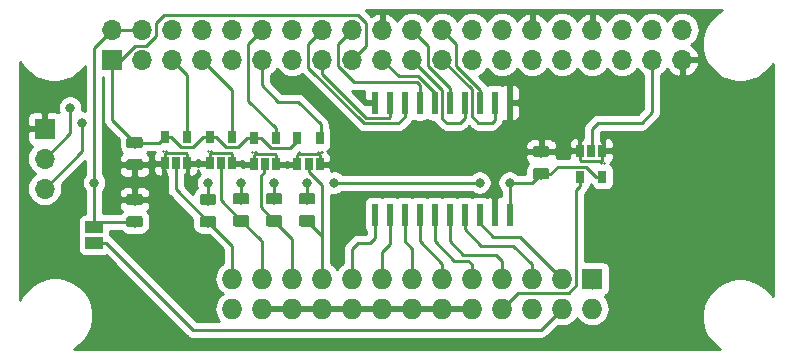
<source format=gbr>
G04 #@! TF.GenerationSoftware,KiCad,Pcbnew,(5.1.4-0-10_14)*
G04 #@! TF.CreationDate,2019-10-10T22:30:47+02:00*
G04 #@! TF.ProjectId,raspberry-to-caetla,72617370-6265-4727-9279-2d746f2d6361,1.0.8*
G04 #@! TF.SameCoordinates,Original*
G04 #@! TF.FileFunction,Copper,L1,Top*
G04 #@! TF.FilePolarity,Positive*
%FSLAX46Y46*%
G04 Gerber Fmt 4.6, Leading zero omitted, Abs format (unit mm)*
G04 Created by KiCad (PCBNEW (5.1.4-0-10_14)) date 2019-10-10 22:30:47*
%MOMM*%
%LPD*%
G04 APERTURE LIST*
%ADD10R,0.650000X1.060000*%
%ADD11C,0.100000*%
%ADD12C,0.975000*%
%ADD13O,1.727200X1.727200*%
%ADD14R,1.727200X1.727200*%
%ADD15R,0.550000X1.950000*%
%ADD16R,1.500000X1.000000*%
%ADD17O,1.700000X1.700000*%
%ADD18R,1.700000X1.700000*%
%ADD19C,0.800000*%
%ADD20C,0.250000*%
%ADD21C,0.254000*%
G04 APERTURE END LIST*
D10*
X99944000Y-63754000D03*
X98044000Y-63754000D03*
X98044000Y-61554000D03*
X98994000Y-61554000D03*
X99944000Y-61554000D03*
X62865000Y-60411000D03*
X64765000Y-60411000D03*
X64765000Y-62611000D03*
X63815000Y-62611000D03*
X62865000Y-62611000D03*
X66675000Y-60411000D03*
X68575000Y-60411000D03*
X68575000Y-62611000D03*
X67625000Y-62611000D03*
X66675000Y-62611000D03*
X70424000Y-60495000D03*
X72324000Y-60495000D03*
X72324000Y-62695000D03*
X71374000Y-62695000D03*
X70424000Y-62695000D03*
X74107000Y-60495000D03*
X76007000Y-60495000D03*
X76007000Y-62695000D03*
X75057000Y-62695000D03*
X74107000Y-62695000D03*
D11*
G36*
X75410142Y-66999174D02*
G01*
X75433803Y-67002684D01*
X75457007Y-67008496D01*
X75479529Y-67016554D01*
X75501153Y-67026782D01*
X75521670Y-67039079D01*
X75540883Y-67053329D01*
X75558607Y-67069393D01*
X75574671Y-67087117D01*
X75588921Y-67106330D01*
X75601218Y-67126847D01*
X75611446Y-67148471D01*
X75619504Y-67170993D01*
X75625316Y-67194197D01*
X75628826Y-67217858D01*
X75630000Y-67241750D01*
X75630000Y-67729250D01*
X75628826Y-67753142D01*
X75625316Y-67776803D01*
X75619504Y-67800007D01*
X75611446Y-67822529D01*
X75601218Y-67844153D01*
X75588921Y-67864670D01*
X75574671Y-67883883D01*
X75558607Y-67901607D01*
X75540883Y-67917671D01*
X75521670Y-67931921D01*
X75501153Y-67944218D01*
X75479529Y-67954446D01*
X75457007Y-67962504D01*
X75433803Y-67968316D01*
X75410142Y-67971826D01*
X75386250Y-67973000D01*
X74473750Y-67973000D01*
X74449858Y-67971826D01*
X74426197Y-67968316D01*
X74402993Y-67962504D01*
X74380471Y-67954446D01*
X74358847Y-67944218D01*
X74338330Y-67931921D01*
X74319117Y-67917671D01*
X74301393Y-67901607D01*
X74285329Y-67883883D01*
X74271079Y-67864670D01*
X74258782Y-67844153D01*
X74248554Y-67822529D01*
X74240496Y-67800007D01*
X74234684Y-67776803D01*
X74231174Y-67753142D01*
X74230000Y-67729250D01*
X74230000Y-67241750D01*
X74231174Y-67217858D01*
X74234684Y-67194197D01*
X74240496Y-67170993D01*
X74248554Y-67148471D01*
X74258782Y-67126847D01*
X74271079Y-67106330D01*
X74285329Y-67087117D01*
X74301393Y-67069393D01*
X74319117Y-67053329D01*
X74338330Y-67039079D01*
X74358847Y-67026782D01*
X74380471Y-67016554D01*
X74402993Y-67008496D01*
X74426197Y-67002684D01*
X74449858Y-66999174D01*
X74473750Y-66998000D01*
X75386250Y-66998000D01*
X75410142Y-66999174D01*
X75410142Y-66999174D01*
G37*
D12*
X74930000Y-67485500D03*
D11*
G36*
X75410142Y-65124174D02*
G01*
X75433803Y-65127684D01*
X75457007Y-65133496D01*
X75479529Y-65141554D01*
X75501153Y-65151782D01*
X75521670Y-65164079D01*
X75540883Y-65178329D01*
X75558607Y-65194393D01*
X75574671Y-65212117D01*
X75588921Y-65231330D01*
X75601218Y-65251847D01*
X75611446Y-65273471D01*
X75619504Y-65295993D01*
X75625316Y-65319197D01*
X75628826Y-65342858D01*
X75630000Y-65366750D01*
X75630000Y-65854250D01*
X75628826Y-65878142D01*
X75625316Y-65901803D01*
X75619504Y-65925007D01*
X75611446Y-65947529D01*
X75601218Y-65969153D01*
X75588921Y-65989670D01*
X75574671Y-66008883D01*
X75558607Y-66026607D01*
X75540883Y-66042671D01*
X75521670Y-66056921D01*
X75501153Y-66069218D01*
X75479529Y-66079446D01*
X75457007Y-66087504D01*
X75433803Y-66093316D01*
X75410142Y-66096826D01*
X75386250Y-66098000D01*
X74473750Y-66098000D01*
X74449858Y-66096826D01*
X74426197Y-66093316D01*
X74402993Y-66087504D01*
X74380471Y-66079446D01*
X74358847Y-66069218D01*
X74338330Y-66056921D01*
X74319117Y-66042671D01*
X74301393Y-66026607D01*
X74285329Y-66008883D01*
X74271079Y-65989670D01*
X74258782Y-65969153D01*
X74248554Y-65947529D01*
X74240496Y-65925007D01*
X74234684Y-65901803D01*
X74231174Y-65878142D01*
X74230000Y-65854250D01*
X74230000Y-65366750D01*
X74231174Y-65342858D01*
X74234684Y-65319197D01*
X74240496Y-65295993D01*
X74248554Y-65273471D01*
X74258782Y-65251847D01*
X74271079Y-65231330D01*
X74285329Y-65212117D01*
X74301393Y-65194393D01*
X74319117Y-65178329D01*
X74338330Y-65164079D01*
X74358847Y-65151782D01*
X74380471Y-65141554D01*
X74402993Y-65133496D01*
X74426197Y-65127684D01*
X74449858Y-65124174D01*
X74473750Y-65123000D01*
X75386250Y-65123000D01*
X75410142Y-65124174D01*
X75410142Y-65124174D01*
G37*
D12*
X74930000Y-65610500D03*
D13*
X68580000Y-74930000D03*
X68580000Y-72390000D03*
X71120000Y-74930000D03*
X71120000Y-72390000D03*
X73660000Y-74930000D03*
X73660000Y-72390000D03*
X76200000Y-74930000D03*
X76200000Y-72390000D03*
X78740000Y-74930000D03*
X78740000Y-72390000D03*
X81280000Y-74930000D03*
X81280000Y-72390000D03*
X83820000Y-74930000D03*
X83820000Y-72390000D03*
X86360000Y-74930000D03*
X86360000Y-72390000D03*
X88900000Y-74930000D03*
X88900000Y-72390000D03*
X91440000Y-74930000D03*
X91440000Y-72390000D03*
X93980000Y-74930000D03*
X93980000Y-72390000D03*
X96520000Y-74930000D03*
X96520000Y-72390000D03*
X99060000Y-74930000D03*
D14*
X99060000Y-72390000D03*
D15*
X92075000Y-66980000D03*
X90805000Y-66980000D03*
X89535000Y-66980000D03*
X88265000Y-66980000D03*
X86995000Y-66980000D03*
X85725000Y-66980000D03*
X84455000Y-66980000D03*
X83185000Y-66980000D03*
X81915000Y-66980000D03*
X80645000Y-66980000D03*
X80645000Y-57480000D03*
X81915000Y-57480000D03*
X83185000Y-57480000D03*
X84455000Y-57480000D03*
X85725000Y-57480000D03*
X86995000Y-57480000D03*
X88265000Y-57480000D03*
X89535000Y-57480000D03*
X90805000Y-57480000D03*
X92075000Y-57480000D03*
D11*
G36*
X67028142Y-67077674D02*
G01*
X67051803Y-67081184D01*
X67075007Y-67086996D01*
X67097529Y-67095054D01*
X67119153Y-67105282D01*
X67139670Y-67117579D01*
X67158883Y-67131829D01*
X67176607Y-67147893D01*
X67192671Y-67165617D01*
X67206921Y-67184830D01*
X67219218Y-67205347D01*
X67229446Y-67226971D01*
X67237504Y-67249493D01*
X67243316Y-67272697D01*
X67246826Y-67296358D01*
X67248000Y-67320250D01*
X67248000Y-67807750D01*
X67246826Y-67831642D01*
X67243316Y-67855303D01*
X67237504Y-67878507D01*
X67229446Y-67901029D01*
X67219218Y-67922653D01*
X67206921Y-67943170D01*
X67192671Y-67962383D01*
X67176607Y-67980107D01*
X67158883Y-67996171D01*
X67139670Y-68010421D01*
X67119153Y-68022718D01*
X67097529Y-68032946D01*
X67075007Y-68041004D01*
X67051803Y-68046816D01*
X67028142Y-68050326D01*
X67004250Y-68051500D01*
X66091750Y-68051500D01*
X66067858Y-68050326D01*
X66044197Y-68046816D01*
X66020993Y-68041004D01*
X65998471Y-68032946D01*
X65976847Y-68022718D01*
X65956330Y-68010421D01*
X65937117Y-67996171D01*
X65919393Y-67980107D01*
X65903329Y-67962383D01*
X65889079Y-67943170D01*
X65876782Y-67922653D01*
X65866554Y-67901029D01*
X65858496Y-67878507D01*
X65852684Y-67855303D01*
X65849174Y-67831642D01*
X65848000Y-67807750D01*
X65848000Y-67320250D01*
X65849174Y-67296358D01*
X65852684Y-67272697D01*
X65858496Y-67249493D01*
X65866554Y-67226971D01*
X65876782Y-67205347D01*
X65889079Y-67184830D01*
X65903329Y-67165617D01*
X65919393Y-67147893D01*
X65937117Y-67131829D01*
X65956330Y-67117579D01*
X65976847Y-67105282D01*
X65998471Y-67095054D01*
X66020993Y-67086996D01*
X66044197Y-67081184D01*
X66067858Y-67077674D01*
X66091750Y-67076500D01*
X67004250Y-67076500D01*
X67028142Y-67077674D01*
X67028142Y-67077674D01*
G37*
D12*
X66548000Y-67564000D03*
D11*
G36*
X67028142Y-65202674D02*
G01*
X67051803Y-65206184D01*
X67075007Y-65211996D01*
X67097529Y-65220054D01*
X67119153Y-65230282D01*
X67139670Y-65242579D01*
X67158883Y-65256829D01*
X67176607Y-65272893D01*
X67192671Y-65290617D01*
X67206921Y-65309830D01*
X67219218Y-65330347D01*
X67229446Y-65351971D01*
X67237504Y-65374493D01*
X67243316Y-65397697D01*
X67246826Y-65421358D01*
X67248000Y-65445250D01*
X67248000Y-65932750D01*
X67246826Y-65956642D01*
X67243316Y-65980303D01*
X67237504Y-66003507D01*
X67229446Y-66026029D01*
X67219218Y-66047653D01*
X67206921Y-66068170D01*
X67192671Y-66087383D01*
X67176607Y-66105107D01*
X67158883Y-66121171D01*
X67139670Y-66135421D01*
X67119153Y-66147718D01*
X67097529Y-66157946D01*
X67075007Y-66166004D01*
X67051803Y-66171816D01*
X67028142Y-66175326D01*
X67004250Y-66176500D01*
X66091750Y-66176500D01*
X66067858Y-66175326D01*
X66044197Y-66171816D01*
X66020993Y-66166004D01*
X65998471Y-66157946D01*
X65976847Y-66147718D01*
X65956330Y-66135421D01*
X65937117Y-66121171D01*
X65919393Y-66105107D01*
X65903329Y-66087383D01*
X65889079Y-66068170D01*
X65876782Y-66047653D01*
X65866554Y-66026029D01*
X65858496Y-66003507D01*
X65852684Y-65980303D01*
X65849174Y-65956642D01*
X65848000Y-65932750D01*
X65848000Y-65445250D01*
X65849174Y-65421358D01*
X65852684Y-65397697D01*
X65858496Y-65374493D01*
X65866554Y-65351971D01*
X65876782Y-65330347D01*
X65889079Y-65309830D01*
X65903329Y-65290617D01*
X65919393Y-65272893D01*
X65937117Y-65256829D01*
X65956330Y-65242579D01*
X65976847Y-65230282D01*
X65998471Y-65220054D01*
X66020993Y-65211996D01*
X66044197Y-65206184D01*
X66067858Y-65202674D01*
X66091750Y-65201500D01*
X67004250Y-65201500D01*
X67028142Y-65202674D01*
X67028142Y-65202674D01*
G37*
D12*
X66548000Y-65689000D03*
D11*
G36*
X69822142Y-66999174D02*
G01*
X69845803Y-67002684D01*
X69869007Y-67008496D01*
X69891529Y-67016554D01*
X69913153Y-67026782D01*
X69933670Y-67039079D01*
X69952883Y-67053329D01*
X69970607Y-67069393D01*
X69986671Y-67087117D01*
X70000921Y-67106330D01*
X70013218Y-67126847D01*
X70023446Y-67148471D01*
X70031504Y-67170993D01*
X70037316Y-67194197D01*
X70040826Y-67217858D01*
X70042000Y-67241750D01*
X70042000Y-67729250D01*
X70040826Y-67753142D01*
X70037316Y-67776803D01*
X70031504Y-67800007D01*
X70023446Y-67822529D01*
X70013218Y-67844153D01*
X70000921Y-67864670D01*
X69986671Y-67883883D01*
X69970607Y-67901607D01*
X69952883Y-67917671D01*
X69933670Y-67931921D01*
X69913153Y-67944218D01*
X69891529Y-67954446D01*
X69869007Y-67962504D01*
X69845803Y-67968316D01*
X69822142Y-67971826D01*
X69798250Y-67973000D01*
X68885750Y-67973000D01*
X68861858Y-67971826D01*
X68838197Y-67968316D01*
X68814993Y-67962504D01*
X68792471Y-67954446D01*
X68770847Y-67944218D01*
X68750330Y-67931921D01*
X68731117Y-67917671D01*
X68713393Y-67901607D01*
X68697329Y-67883883D01*
X68683079Y-67864670D01*
X68670782Y-67844153D01*
X68660554Y-67822529D01*
X68652496Y-67800007D01*
X68646684Y-67776803D01*
X68643174Y-67753142D01*
X68642000Y-67729250D01*
X68642000Y-67241750D01*
X68643174Y-67217858D01*
X68646684Y-67194197D01*
X68652496Y-67170993D01*
X68660554Y-67148471D01*
X68670782Y-67126847D01*
X68683079Y-67106330D01*
X68697329Y-67087117D01*
X68713393Y-67069393D01*
X68731117Y-67053329D01*
X68750330Y-67039079D01*
X68770847Y-67026782D01*
X68792471Y-67016554D01*
X68814993Y-67008496D01*
X68838197Y-67002684D01*
X68861858Y-66999174D01*
X68885750Y-66998000D01*
X69798250Y-66998000D01*
X69822142Y-66999174D01*
X69822142Y-66999174D01*
G37*
D12*
X69342000Y-67485500D03*
D11*
G36*
X69822142Y-65124174D02*
G01*
X69845803Y-65127684D01*
X69869007Y-65133496D01*
X69891529Y-65141554D01*
X69913153Y-65151782D01*
X69933670Y-65164079D01*
X69952883Y-65178329D01*
X69970607Y-65194393D01*
X69986671Y-65212117D01*
X70000921Y-65231330D01*
X70013218Y-65251847D01*
X70023446Y-65273471D01*
X70031504Y-65295993D01*
X70037316Y-65319197D01*
X70040826Y-65342858D01*
X70042000Y-65366750D01*
X70042000Y-65854250D01*
X70040826Y-65878142D01*
X70037316Y-65901803D01*
X70031504Y-65925007D01*
X70023446Y-65947529D01*
X70013218Y-65969153D01*
X70000921Y-65989670D01*
X69986671Y-66008883D01*
X69970607Y-66026607D01*
X69952883Y-66042671D01*
X69933670Y-66056921D01*
X69913153Y-66069218D01*
X69891529Y-66079446D01*
X69869007Y-66087504D01*
X69845803Y-66093316D01*
X69822142Y-66096826D01*
X69798250Y-66098000D01*
X68885750Y-66098000D01*
X68861858Y-66096826D01*
X68838197Y-66093316D01*
X68814993Y-66087504D01*
X68792471Y-66079446D01*
X68770847Y-66069218D01*
X68750330Y-66056921D01*
X68731117Y-66042671D01*
X68713393Y-66026607D01*
X68697329Y-66008883D01*
X68683079Y-65989670D01*
X68670782Y-65969153D01*
X68660554Y-65947529D01*
X68652496Y-65925007D01*
X68646684Y-65901803D01*
X68643174Y-65878142D01*
X68642000Y-65854250D01*
X68642000Y-65366750D01*
X68643174Y-65342858D01*
X68646684Y-65319197D01*
X68652496Y-65295993D01*
X68660554Y-65273471D01*
X68670782Y-65251847D01*
X68683079Y-65231330D01*
X68697329Y-65212117D01*
X68713393Y-65194393D01*
X68731117Y-65178329D01*
X68750330Y-65164079D01*
X68770847Y-65151782D01*
X68792471Y-65141554D01*
X68814993Y-65133496D01*
X68838197Y-65127684D01*
X68861858Y-65124174D01*
X68885750Y-65123000D01*
X69798250Y-65123000D01*
X69822142Y-65124174D01*
X69822142Y-65124174D01*
G37*
D12*
X69342000Y-65610500D03*
D11*
G36*
X72616142Y-66999174D02*
G01*
X72639803Y-67002684D01*
X72663007Y-67008496D01*
X72685529Y-67016554D01*
X72707153Y-67026782D01*
X72727670Y-67039079D01*
X72746883Y-67053329D01*
X72764607Y-67069393D01*
X72780671Y-67087117D01*
X72794921Y-67106330D01*
X72807218Y-67126847D01*
X72817446Y-67148471D01*
X72825504Y-67170993D01*
X72831316Y-67194197D01*
X72834826Y-67217858D01*
X72836000Y-67241750D01*
X72836000Y-67729250D01*
X72834826Y-67753142D01*
X72831316Y-67776803D01*
X72825504Y-67800007D01*
X72817446Y-67822529D01*
X72807218Y-67844153D01*
X72794921Y-67864670D01*
X72780671Y-67883883D01*
X72764607Y-67901607D01*
X72746883Y-67917671D01*
X72727670Y-67931921D01*
X72707153Y-67944218D01*
X72685529Y-67954446D01*
X72663007Y-67962504D01*
X72639803Y-67968316D01*
X72616142Y-67971826D01*
X72592250Y-67973000D01*
X71679750Y-67973000D01*
X71655858Y-67971826D01*
X71632197Y-67968316D01*
X71608993Y-67962504D01*
X71586471Y-67954446D01*
X71564847Y-67944218D01*
X71544330Y-67931921D01*
X71525117Y-67917671D01*
X71507393Y-67901607D01*
X71491329Y-67883883D01*
X71477079Y-67864670D01*
X71464782Y-67844153D01*
X71454554Y-67822529D01*
X71446496Y-67800007D01*
X71440684Y-67776803D01*
X71437174Y-67753142D01*
X71436000Y-67729250D01*
X71436000Y-67241750D01*
X71437174Y-67217858D01*
X71440684Y-67194197D01*
X71446496Y-67170993D01*
X71454554Y-67148471D01*
X71464782Y-67126847D01*
X71477079Y-67106330D01*
X71491329Y-67087117D01*
X71507393Y-67069393D01*
X71525117Y-67053329D01*
X71544330Y-67039079D01*
X71564847Y-67026782D01*
X71586471Y-67016554D01*
X71608993Y-67008496D01*
X71632197Y-67002684D01*
X71655858Y-66999174D01*
X71679750Y-66998000D01*
X72592250Y-66998000D01*
X72616142Y-66999174D01*
X72616142Y-66999174D01*
G37*
D12*
X72136000Y-67485500D03*
D11*
G36*
X72616142Y-65124174D02*
G01*
X72639803Y-65127684D01*
X72663007Y-65133496D01*
X72685529Y-65141554D01*
X72707153Y-65151782D01*
X72727670Y-65164079D01*
X72746883Y-65178329D01*
X72764607Y-65194393D01*
X72780671Y-65212117D01*
X72794921Y-65231330D01*
X72807218Y-65251847D01*
X72817446Y-65273471D01*
X72825504Y-65295993D01*
X72831316Y-65319197D01*
X72834826Y-65342858D01*
X72836000Y-65366750D01*
X72836000Y-65854250D01*
X72834826Y-65878142D01*
X72831316Y-65901803D01*
X72825504Y-65925007D01*
X72817446Y-65947529D01*
X72807218Y-65969153D01*
X72794921Y-65989670D01*
X72780671Y-66008883D01*
X72764607Y-66026607D01*
X72746883Y-66042671D01*
X72727670Y-66056921D01*
X72707153Y-66069218D01*
X72685529Y-66079446D01*
X72663007Y-66087504D01*
X72639803Y-66093316D01*
X72616142Y-66096826D01*
X72592250Y-66098000D01*
X71679750Y-66098000D01*
X71655858Y-66096826D01*
X71632197Y-66093316D01*
X71608993Y-66087504D01*
X71586471Y-66079446D01*
X71564847Y-66069218D01*
X71544330Y-66056921D01*
X71525117Y-66042671D01*
X71507393Y-66026607D01*
X71491329Y-66008883D01*
X71477079Y-65989670D01*
X71464782Y-65969153D01*
X71454554Y-65947529D01*
X71446496Y-65925007D01*
X71440684Y-65901803D01*
X71437174Y-65878142D01*
X71436000Y-65854250D01*
X71436000Y-65366750D01*
X71437174Y-65342858D01*
X71440684Y-65319197D01*
X71446496Y-65295993D01*
X71454554Y-65273471D01*
X71464782Y-65251847D01*
X71477079Y-65231330D01*
X71491329Y-65212117D01*
X71507393Y-65194393D01*
X71525117Y-65178329D01*
X71544330Y-65164079D01*
X71564847Y-65151782D01*
X71586471Y-65141554D01*
X71608993Y-65133496D01*
X71632197Y-65127684D01*
X71655858Y-65124174D01*
X71679750Y-65123000D01*
X72592250Y-65123000D01*
X72616142Y-65124174D01*
X72616142Y-65124174D01*
G37*
D12*
X72136000Y-65610500D03*
D16*
X56896000Y-68042000D03*
X56896000Y-69342000D03*
D17*
X106680000Y-51308000D03*
X106680000Y-53848000D03*
X104140000Y-51308000D03*
X104140000Y-53848000D03*
X101600000Y-51308000D03*
X101600000Y-53848000D03*
X99060000Y-51308000D03*
X99060000Y-53848000D03*
X96520000Y-51308000D03*
X96520000Y-53848000D03*
X93980000Y-51308000D03*
X93980000Y-53848000D03*
X91440000Y-51308000D03*
X91440000Y-53848000D03*
X88900000Y-51308000D03*
X88900000Y-53848000D03*
X86360000Y-51308000D03*
X86360000Y-53848000D03*
X83820000Y-51308000D03*
X83820000Y-53848000D03*
X81280000Y-51308000D03*
X81280000Y-53848000D03*
X78740000Y-51308000D03*
X78740000Y-53848000D03*
X76200000Y-51308000D03*
X76200000Y-53848000D03*
X73660000Y-51308000D03*
X73660000Y-53848000D03*
X71120000Y-51308000D03*
X71120000Y-53848000D03*
X68580000Y-51308000D03*
X68580000Y-53848000D03*
X66040000Y-51308000D03*
X66040000Y-53848000D03*
X63500000Y-51308000D03*
X63500000Y-53848000D03*
X60960000Y-51308000D03*
X60960000Y-53848000D03*
X58420000Y-51308000D03*
D18*
X58420000Y-53848000D03*
D17*
X52705000Y-64770000D03*
X52705000Y-62230000D03*
D18*
X52705000Y-59690000D03*
D11*
G36*
X60805142Y-62251674D02*
G01*
X60828803Y-62255184D01*
X60852007Y-62260996D01*
X60874529Y-62269054D01*
X60896153Y-62279282D01*
X60916670Y-62291579D01*
X60935883Y-62305829D01*
X60953607Y-62321893D01*
X60969671Y-62339617D01*
X60983921Y-62358830D01*
X60996218Y-62379347D01*
X61006446Y-62400971D01*
X61014504Y-62423493D01*
X61020316Y-62446697D01*
X61023826Y-62470358D01*
X61025000Y-62494250D01*
X61025000Y-62981750D01*
X61023826Y-63005642D01*
X61020316Y-63029303D01*
X61014504Y-63052507D01*
X61006446Y-63075029D01*
X60996218Y-63096653D01*
X60983921Y-63117170D01*
X60969671Y-63136383D01*
X60953607Y-63154107D01*
X60935883Y-63170171D01*
X60916670Y-63184421D01*
X60896153Y-63196718D01*
X60874529Y-63206946D01*
X60852007Y-63215004D01*
X60828803Y-63220816D01*
X60805142Y-63224326D01*
X60781250Y-63225500D01*
X59868750Y-63225500D01*
X59844858Y-63224326D01*
X59821197Y-63220816D01*
X59797993Y-63215004D01*
X59775471Y-63206946D01*
X59753847Y-63196718D01*
X59733330Y-63184421D01*
X59714117Y-63170171D01*
X59696393Y-63154107D01*
X59680329Y-63136383D01*
X59666079Y-63117170D01*
X59653782Y-63096653D01*
X59643554Y-63075029D01*
X59635496Y-63052507D01*
X59629684Y-63029303D01*
X59626174Y-63005642D01*
X59625000Y-62981750D01*
X59625000Y-62494250D01*
X59626174Y-62470358D01*
X59629684Y-62446697D01*
X59635496Y-62423493D01*
X59643554Y-62400971D01*
X59653782Y-62379347D01*
X59666079Y-62358830D01*
X59680329Y-62339617D01*
X59696393Y-62321893D01*
X59714117Y-62305829D01*
X59733330Y-62291579D01*
X59753847Y-62279282D01*
X59775471Y-62269054D01*
X59797993Y-62260996D01*
X59821197Y-62255184D01*
X59844858Y-62251674D01*
X59868750Y-62250500D01*
X60781250Y-62250500D01*
X60805142Y-62251674D01*
X60805142Y-62251674D01*
G37*
D12*
X60325000Y-62738000D03*
D11*
G36*
X60805142Y-60376674D02*
G01*
X60828803Y-60380184D01*
X60852007Y-60385996D01*
X60874529Y-60394054D01*
X60896153Y-60404282D01*
X60916670Y-60416579D01*
X60935883Y-60430829D01*
X60953607Y-60446893D01*
X60969671Y-60464617D01*
X60983921Y-60483830D01*
X60996218Y-60504347D01*
X61006446Y-60525971D01*
X61014504Y-60548493D01*
X61020316Y-60571697D01*
X61023826Y-60595358D01*
X61025000Y-60619250D01*
X61025000Y-61106750D01*
X61023826Y-61130642D01*
X61020316Y-61154303D01*
X61014504Y-61177507D01*
X61006446Y-61200029D01*
X60996218Y-61221653D01*
X60983921Y-61242170D01*
X60969671Y-61261383D01*
X60953607Y-61279107D01*
X60935883Y-61295171D01*
X60916670Y-61309421D01*
X60896153Y-61321718D01*
X60874529Y-61331946D01*
X60852007Y-61340004D01*
X60828803Y-61345816D01*
X60805142Y-61349326D01*
X60781250Y-61350500D01*
X59868750Y-61350500D01*
X59844858Y-61349326D01*
X59821197Y-61345816D01*
X59797993Y-61340004D01*
X59775471Y-61331946D01*
X59753847Y-61321718D01*
X59733330Y-61309421D01*
X59714117Y-61295171D01*
X59696393Y-61279107D01*
X59680329Y-61261383D01*
X59666079Y-61242170D01*
X59653782Y-61221653D01*
X59643554Y-61200029D01*
X59635496Y-61177507D01*
X59629684Y-61154303D01*
X59626174Y-61130642D01*
X59625000Y-61106750D01*
X59625000Y-60619250D01*
X59626174Y-60595358D01*
X59629684Y-60571697D01*
X59635496Y-60548493D01*
X59643554Y-60525971D01*
X59653782Y-60504347D01*
X59666079Y-60483830D01*
X59680329Y-60464617D01*
X59696393Y-60446893D01*
X59714117Y-60430829D01*
X59733330Y-60416579D01*
X59753847Y-60404282D01*
X59775471Y-60394054D01*
X59797993Y-60385996D01*
X59821197Y-60380184D01*
X59844858Y-60376674D01*
X59868750Y-60375500D01*
X60781250Y-60375500D01*
X60805142Y-60376674D01*
X60805142Y-60376674D01*
G37*
D12*
X60325000Y-60863000D03*
D11*
G36*
X60805142Y-65202674D02*
G01*
X60828803Y-65206184D01*
X60852007Y-65211996D01*
X60874529Y-65220054D01*
X60896153Y-65230282D01*
X60916670Y-65242579D01*
X60935883Y-65256829D01*
X60953607Y-65272893D01*
X60969671Y-65290617D01*
X60983921Y-65309830D01*
X60996218Y-65330347D01*
X61006446Y-65351971D01*
X61014504Y-65374493D01*
X61020316Y-65397697D01*
X61023826Y-65421358D01*
X61025000Y-65445250D01*
X61025000Y-65932750D01*
X61023826Y-65956642D01*
X61020316Y-65980303D01*
X61014504Y-66003507D01*
X61006446Y-66026029D01*
X60996218Y-66047653D01*
X60983921Y-66068170D01*
X60969671Y-66087383D01*
X60953607Y-66105107D01*
X60935883Y-66121171D01*
X60916670Y-66135421D01*
X60896153Y-66147718D01*
X60874529Y-66157946D01*
X60852007Y-66166004D01*
X60828803Y-66171816D01*
X60805142Y-66175326D01*
X60781250Y-66176500D01*
X59868750Y-66176500D01*
X59844858Y-66175326D01*
X59821197Y-66171816D01*
X59797993Y-66166004D01*
X59775471Y-66157946D01*
X59753847Y-66147718D01*
X59733330Y-66135421D01*
X59714117Y-66121171D01*
X59696393Y-66105107D01*
X59680329Y-66087383D01*
X59666079Y-66068170D01*
X59653782Y-66047653D01*
X59643554Y-66026029D01*
X59635496Y-66003507D01*
X59629684Y-65980303D01*
X59626174Y-65956642D01*
X59625000Y-65932750D01*
X59625000Y-65445250D01*
X59626174Y-65421358D01*
X59629684Y-65397697D01*
X59635496Y-65374493D01*
X59643554Y-65351971D01*
X59653782Y-65330347D01*
X59666079Y-65309830D01*
X59680329Y-65290617D01*
X59696393Y-65272893D01*
X59714117Y-65256829D01*
X59733330Y-65242579D01*
X59753847Y-65230282D01*
X59775471Y-65220054D01*
X59797993Y-65211996D01*
X59821197Y-65206184D01*
X59844858Y-65202674D01*
X59868750Y-65201500D01*
X60781250Y-65201500D01*
X60805142Y-65202674D01*
X60805142Y-65202674D01*
G37*
D12*
X60325000Y-65689000D03*
D11*
G36*
X60805142Y-67077674D02*
G01*
X60828803Y-67081184D01*
X60852007Y-67086996D01*
X60874529Y-67095054D01*
X60896153Y-67105282D01*
X60916670Y-67117579D01*
X60935883Y-67131829D01*
X60953607Y-67147893D01*
X60969671Y-67165617D01*
X60983921Y-67184830D01*
X60996218Y-67205347D01*
X61006446Y-67226971D01*
X61014504Y-67249493D01*
X61020316Y-67272697D01*
X61023826Y-67296358D01*
X61025000Y-67320250D01*
X61025000Y-67807750D01*
X61023826Y-67831642D01*
X61020316Y-67855303D01*
X61014504Y-67878507D01*
X61006446Y-67901029D01*
X60996218Y-67922653D01*
X60983921Y-67943170D01*
X60969671Y-67962383D01*
X60953607Y-67980107D01*
X60935883Y-67996171D01*
X60916670Y-68010421D01*
X60896153Y-68022718D01*
X60874529Y-68032946D01*
X60852007Y-68041004D01*
X60828803Y-68046816D01*
X60805142Y-68050326D01*
X60781250Y-68051500D01*
X59868750Y-68051500D01*
X59844858Y-68050326D01*
X59821197Y-68046816D01*
X59797993Y-68041004D01*
X59775471Y-68032946D01*
X59753847Y-68022718D01*
X59733330Y-68010421D01*
X59714117Y-67996171D01*
X59696393Y-67980107D01*
X59680329Y-67962383D01*
X59666079Y-67943170D01*
X59653782Y-67922653D01*
X59643554Y-67901029D01*
X59635496Y-67878507D01*
X59629684Y-67855303D01*
X59626174Y-67831642D01*
X59625000Y-67807750D01*
X59625000Y-67320250D01*
X59626174Y-67296358D01*
X59629684Y-67272697D01*
X59635496Y-67249493D01*
X59643554Y-67226971D01*
X59653782Y-67205347D01*
X59666079Y-67184830D01*
X59680329Y-67165617D01*
X59696393Y-67147893D01*
X59714117Y-67131829D01*
X59733330Y-67117579D01*
X59753847Y-67105282D01*
X59775471Y-67095054D01*
X59797993Y-67086996D01*
X59821197Y-67081184D01*
X59844858Y-67077674D01*
X59868750Y-67076500D01*
X60781250Y-67076500D01*
X60805142Y-67077674D01*
X60805142Y-67077674D01*
G37*
D12*
X60325000Y-67564000D03*
D11*
G36*
X95222142Y-61138674D02*
G01*
X95245803Y-61142184D01*
X95269007Y-61147996D01*
X95291529Y-61156054D01*
X95313153Y-61166282D01*
X95333670Y-61178579D01*
X95352883Y-61192829D01*
X95370607Y-61208893D01*
X95386671Y-61226617D01*
X95400921Y-61245830D01*
X95413218Y-61266347D01*
X95423446Y-61287971D01*
X95431504Y-61310493D01*
X95437316Y-61333697D01*
X95440826Y-61357358D01*
X95442000Y-61381250D01*
X95442000Y-61868750D01*
X95440826Y-61892642D01*
X95437316Y-61916303D01*
X95431504Y-61939507D01*
X95423446Y-61962029D01*
X95413218Y-61983653D01*
X95400921Y-62004170D01*
X95386671Y-62023383D01*
X95370607Y-62041107D01*
X95352883Y-62057171D01*
X95333670Y-62071421D01*
X95313153Y-62083718D01*
X95291529Y-62093946D01*
X95269007Y-62102004D01*
X95245803Y-62107816D01*
X95222142Y-62111326D01*
X95198250Y-62112500D01*
X94285750Y-62112500D01*
X94261858Y-62111326D01*
X94238197Y-62107816D01*
X94214993Y-62102004D01*
X94192471Y-62093946D01*
X94170847Y-62083718D01*
X94150330Y-62071421D01*
X94131117Y-62057171D01*
X94113393Y-62041107D01*
X94097329Y-62023383D01*
X94083079Y-62004170D01*
X94070782Y-61983653D01*
X94060554Y-61962029D01*
X94052496Y-61939507D01*
X94046684Y-61916303D01*
X94043174Y-61892642D01*
X94042000Y-61868750D01*
X94042000Y-61381250D01*
X94043174Y-61357358D01*
X94046684Y-61333697D01*
X94052496Y-61310493D01*
X94060554Y-61287971D01*
X94070782Y-61266347D01*
X94083079Y-61245830D01*
X94097329Y-61226617D01*
X94113393Y-61208893D01*
X94131117Y-61192829D01*
X94150330Y-61178579D01*
X94170847Y-61166282D01*
X94192471Y-61156054D01*
X94214993Y-61147996D01*
X94238197Y-61142184D01*
X94261858Y-61138674D01*
X94285750Y-61137500D01*
X95198250Y-61137500D01*
X95222142Y-61138674D01*
X95222142Y-61138674D01*
G37*
D12*
X94742000Y-61625000D03*
D11*
G36*
X95222142Y-63013674D02*
G01*
X95245803Y-63017184D01*
X95269007Y-63022996D01*
X95291529Y-63031054D01*
X95313153Y-63041282D01*
X95333670Y-63053579D01*
X95352883Y-63067829D01*
X95370607Y-63083893D01*
X95386671Y-63101617D01*
X95400921Y-63120830D01*
X95413218Y-63141347D01*
X95423446Y-63162971D01*
X95431504Y-63185493D01*
X95437316Y-63208697D01*
X95440826Y-63232358D01*
X95442000Y-63256250D01*
X95442000Y-63743750D01*
X95440826Y-63767642D01*
X95437316Y-63791303D01*
X95431504Y-63814507D01*
X95423446Y-63837029D01*
X95413218Y-63858653D01*
X95400921Y-63879170D01*
X95386671Y-63898383D01*
X95370607Y-63916107D01*
X95352883Y-63932171D01*
X95333670Y-63946421D01*
X95313153Y-63958718D01*
X95291529Y-63968946D01*
X95269007Y-63977004D01*
X95245803Y-63982816D01*
X95222142Y-63986326D01*
X95198250Y-63987500D01*
X94285750Y-63987500D01*
X94261858Y-63986326D01*
X94238197Y-63982816D01*
X94214993Y-63977004D01*
X94192471Y-63968946D01*
X94170847Y-63958718D01*
X94150330Y-63946421D01*
X94131117Y-63932171D01*
X94113393Y-63916107D01*
X94097329Y-63898383D01*
X94083079Y-63879170D01*
X94070782Y-63858653D01*
X94060554Y-63837029D01*
X94052496Y-63814507D01*
X94046684Y-63791303D01*
X94043174Y-63767642D01*
X94042000Y-63743750D01*
X94042000Y-63256250D01*
X94043174Y-63232358D01*
X94046684Y-63208697D01*
X94052496Y-63185493D01*
X94060554Y-63162971D01*
X94070782Y-63141347D01*
X94083079Y-63120830D01*
X94097329Y-63101617D01*
X94113393Y-63083893D01*
X94131117Y-63067829D01*
X94150330Y-63053579D01*
X94170847Y-63041282D01*
X94192471Y-63031054D01*
X94214993Y-63022996D01*
X94238197Y-63017184D01*
X94261858Y-63013674D01*
X94285750Y-63012500D01*
X95198250Y-63012500D01*
X95222142Y-63013674D01*
X95222142Y-63013674D01*
G37*
D12*
X94742000Y-63500000D03*
D19*
X54864000Y-57912000D03*
X55880000Y-59182000D03*
X92075000Y-55626000D03*
X79502000Y-56896000D03*
X78232000Y-61341000D03*
X66548000Y-64262000D03*
X69342000Y-64262000D03*
X72136000Y-64262000D03*
X74930000Y-64262000D03*
X56896000Y-64262000D03*
X92075000Y-64262000D03*
X89535000Y-64262000D03*
X77216000Y-64262000D03*
D20*
X99060000Y-72390000D02*
X99060000Y-73170870D01*
X54864000Y-60071000D02*
X52705000Y-62230000D01*
X54864000Y-57912000D02*
X54864000Y-60071000D01*
X55880000Y-61595000D02*
X52705000Y-64770000D01*
X55880000Y-59182000D02*
X55880000Y-61595000D01*
X92075000Y-61087000D02*
X92075000Y-57480000D01*
X90805000Y-66980000D02*
X90805000Y-62865000D01*
X92329000Y-61341000D02*
X92075000Y-61087000D01*
X92613000Y-61625000D02*
X92329000Y-61341000D01*
X92075000Y-55626000D02*
X92075000Y-57480000D01*
X60452000Y-62611000D02*
X60325000Y-62738000D01*
X62870000Y-62611000D02*
X60452000Y-62611000D01*
X80086000Y-57480000D02*
X79502000Y-56896000D01*
X80645000Y-57480000D02*
X80086000Y-57480000D01*
X91059000Y-62611000D02*
X91186000Y-62484000D01*
X91186000Y-62484000D02*
X92329000Y-61341000D01*
X90805000Y-62865000D02*
X91186000Y-62484000D01*
X78359000Y-62611000D02*
X91059000Y-62611000D01*
X60325000Y-65689000D02*
X60325000Y-62738000D01*
X94309000Y-61550000D02*
X94234000Y-61625000D01*
X98118000Y-61550000D02*
X94309000Y-61550000D01*
X78232000Y-61906685D02*
X78232000Y-62611000D01*
X78232000Y-61341000D02*
X78232000Y-61906685D01*
X78232000Y-62611000D02*
X78359000Y-62611000D01*
X76073000Y-62611000D02*
X78232000Y-62611000D01*
X94234000Y-61625000D02*
X92613000Y-61625000D01*
X64765000Y-61831000D02*
X64765000Y-62611000D01*
X64689999Y-61755999D02*
X64765000Y-61831000D01*
X62940001Y-61755999D02*
X64689999Y-61755999D01*
X62865000Y-61831000D02*
X62940001Y-61755999D01*
X62865000Y-62611000D02*
X62865000Y-61831000D01*
X64765000Y-62611000D02*
X66675000Y-62611000D01*
X68575000Y-61831000D02*
X68575000Y-62611000D01*
X68499999Y-61755999D02*
X68575000Y-61831000D01*
X66750001Y-61755999D02*
X68499999Y-61755999D01*
X66675000Y-61831000D02*
X66750001Y-61755999D01*
X66675000Y-62611000D02*
X66675000Y-61831000D01*
X70340000Y-62611000D02*
X70424000Y-62695000D01*
X68575000Y-62611000D02*
X70340000Y-62611000D01*
X72324000Y-61915000D02*
X72324000Y-62695000D01*
X72248999Y-61839999D02*
X72324000Y-61915000D01*
X70424000Y-61915000D02*
X70499001Y-61839999D01*
X70499001Y-61839999D02*
X72248999Y-61839999D01*
X70424000Y-62695000D02*
X70424000Y-61915000D01*
X72324000Y-62695000D02*
X74107000Y-62695000D01*
X76007000Y-61915000D02*
X76007000Y-62695000D01*
X75931999Y-61839999D02*
X76007000Y-61915000D01*
X74182001Y-61839999D02*
X75931999Y-61839999D01*
X74107000Y-61915000D02*
X74182001Y-61839999D01*
X74107000Y-62695000D02*
X74107000Y-61915000D01*
X98044000Y-62334000D02*
X98044000Y-61554000D01*
X99868999Y-62409001D02*
X98119001Y-62409001D01*
X98119001Y-62409001D02*
X98044000Y-62334000D01*
X99944000Y-62334000D02*
X99868999Y-62409001D01*
X99944000Y-61554000D02*
X99944000Y-62334000D01*
X58420000Y-58958000D02*
X60325000Y-60863000D01*
X58420000Y-53848000D02*
X58420000Y-58958000D01*
X62418000Y-60863000D02*
X62870000Y-60411000D01*
X60325000Y-60863000D02*
X62418000Y-60863000D01*
X79915001Y-50743999D02*
X79209002Y-50038000D01*
X79915001Y-52672999D02*
X79915001Y-50743999D01*
X78740000Y-53848000D02*
X79915001Y-52672999D01*
X62841000Y-50038000D02*
X79209002Y-50038000D01*
X62135001Y-51872001D02*
X62135001Y-50743999D01*
X61334003Y-52672999D02*
X62135001Y-51872001D01*
X60395999Y-52672999D02*
X61334003Y-52672999D01*
X59220998Y-53848000D02*
X60395999Y-52672999D01*
X62135001Y-50743999D02*
X62841000Y-50038000D01*
X58420000Y-53848000D02*
X59220998Y-53848000D01*
X71854001Y-61350001D02*
X70999000Y-60495000D01*
X70999000Y-60495000D02*
X70424000Y-60495000D01*
X73456999Y-61350001D02*
X71854001Y-61350001D01*
X74107000Y-60700000D02*
X73456999Y-61350001D01*
X74107000Y-60495000D02*
X74107000Y-60700000D01*
X67250000Y-60411000D02*
X66675000Y-60411000D01*
X68105001Y-61266001D02*
X67250000Y-60411000D01*
X69077999Y-61266001D02*
X68105001Y-61266001D01*
X69849000Y-60495000D02*
X69077999Y-61266001D01*
X70424000Y-60495000D02*
X69849000Y-60495000D01*
X63440000Y-60411000D02*
X62865000Y-60411000D01*
X64295001Y-61266001D02*
X63440000Y-60411000D01*
X66100000Y-60411000D02*
X65244999Y-61266001D01*
X65244999Y-61266001D02*
X64295001Y-61266001D01*
X66675000Y-60411000D02*
X66100000Y-60411000D01*
X99060000Y-59690000D02*
X99060000Y-61449782D01*
X99060000Y-61449782D02*
X99068000Y-61457782D01*
X99568000Y-59182000D02*
X99060000Y-59690000D01*
X103251000Y-59182000D02*
X99568000Y-59182000D01*
X104140000Y-58293000D02*
X103251000Y-59182000D01*
X104140000Y-53848000D02*
X104140000Y-58293000D01*
X87535001Y-52483001D02*
X86360000Y-51308000D01*
X87535001Y-54386591D02*
X87535001Y-52483001D01*
X89535000Y-56386590D02*
X87535001Y-54386591D01*
X89535000Y-57480000D02*
X89535000Y-56386590D01*
X90805000Y-58928000D02*
X90805000Y-57480000D01*
X90551000Y-59182000D02*
X90805000Y-58928000D01*
X88865001Y-58645003D02*
X89401998Y-59182000D01*
X89401998Y-59182000D02*
X90551000Y-59182000D01*
X88865001Y-56353001D02*
X88865001Y-58645003D01*
X86360000Y-53848000D02*
X88865001Y-56353001D01*
X85184999Y-52672999D02*
X83820000Y-51308000D01*
X86995000Y-56222002D02*
X85184999Y-54412001D01*
X85184999Y-54412001D02*
X85184999Y-52672999D01*
X86995000Y-57480000D02*
X86995000Y-56222002D01*
X86394999Y-56422999D02*
X86394999Y-58835999D01*
X83820000Y-53848000D02*
X86394999Y-56422999D01*
X86394999Y-58835999D02*
X86741000Y-59182000D01*
X86741000Y-59182000D02*
X87884000Y-59182000D01*
X88265000Y-58801000D02*
X88265000Y-57480000D01*
X87884000Y-59182000D02*
X88265000Y-58801000D01*
X82677000Y-55245000D02*
X81280000Y-53848000D01*
X84329410Y-55245000D02*
X82677000Y-55245000D01*
X85725000Y-56640590D02*
X84329410Y-55245000D01*
X85725000Y-57480000D02*
X85725000Y-56640590D01*
X77564999Y-52483001D02*
X78740000Y-51308000D01*
X77564999Y-54412001D02*
X77564999Y-52483001D01*
X78905998Y-55753000D02*
X77564999Y-54412001D01*
X84201000Y-55753000D02*
X78905998Y-55753000D01*
X84455000Y-56007000D02*
X84201000Y-55753000D01*
X84455000Y-57480000D02*
X84455000Y-56007000D01*
X75024999Y-52483001D02*
X76200000Y-51308000D01*
X75024999Y-54511490D02*
X75024999Y-52483001D01*
X79743519Y-59230010D02*
X75024999Y-54511490D01*
X82659989Y-59230011D02*
X79743519Y-59230010D01*
X83185000Y-58705000D02*
X82659989Y-59230011D01*
X83185000Y-57480000D02*
X83185000Y-58705000D01*
X76200000Y-55050081D02*
X76200000Y-53848000D01*
X79929920Y-58780001D02*
X76200000Y-55050081D01*
X81839999Y-58780001D02*
X79929920Y-58780001D01*
X81915000Y-58705000D02*
X81839999Y-58780001D01*
X81915000Y-57480000D02*
X81915000Y-58705000D01*
X69944999Y-52483001D02*
X71120000Y-51308000D01*
X69944999Y-57312999D02*
X69944999Y-52483001D01*
X72263000Y-59631000D02*
X69944999Y-57312999D01*
X72263000Y-60411000D02*
X72263000Y-59631000D01*
X71120000Y-56033000D02*
X72491000Y-57404000D01*
X71120000Y-53848000D02*
X71120000Y-56033000D01*
X72491000Y-57404000D02*
X74168000Y-57404000D01*
X76073000Y-59309000D02*
X76073000Y-60411000D01*
X74168000Y-57404000D02*
X76073000Y-59309000D01*
X68575000Y-56383000D02*
X66040000Y-53848000D01*
X68575000Y-60456000D02*
X68575000Y-56383000D01*
X64770000Y-55118000D02*
X63500000Y-53848000D01*
X64770000Y-60411000D02*
X64770000Y-55118000D01*
X63817500Y-62608500D02*
X63820000Y-62611000D01*
X68580000Y-72390000D02*
X68580000Y-69596000D01*
X68580000Y-69596000D02*
X66548000Y-67564000D01*
X63820000Y-64836000D02*
X63820000Y-62611000D01*
X66548000Y-67564000D02*
X63820000Y-64836000D01*
X67627500Y-62653500D02*
X67625000Y-62656000D01*
X71120000Y-72390000D02*
X71120000Y-69263500D01*
X71120000Y-69263500D02*
X70905250Y-69048750D01*
X70905250Y-69048750D02*
X69342000Y-67485500D01*
X67625000Y-65768500D02*
X67625000Y-62656000D01*
X69342000Y-67485500D02*
X67625000Y-65768500D01*
X71310500Y-62608500D02*
X71313000Y-62611000D01*
X73660000Y-69009500D02*
X72136000Y-67485500D01*
X73660000Y-72390000D02*
X73660000Y-69009500D01*
X71313000Y-63391000D02*
X71313000Y-62611000D01*
X71013001Y-63690999D02*
X71313000Y-63391000D01*
X71013001Y-66362501D02*
X71013001Y-63690999D01*
X72136000Y-67485500D02*
X71013001Y-66362501D01*
X76200000Y-68755500D02*
X74930000Y-67485500D01*
X76200000Y-69088000D02*
X76200000Y-68755500D01*
X76200000Y-72390000D02*
X76200000Y-69088000D01*
X75123000Y-63391000D02*
X75123000Y-62611000D01*
X76200000Y-64468000D02*
X75123000Y-63391000D01*
X76200000Y-69088000D02*
X76200000Y-64468000D01*
X78740000Y-72390000D02*
X78740000Y-69850000D01*
X78740000Y-69850000D02*
X79248000Y-69342000D01*
X79248000Y-69342000D02*
X80264000Y-69342000D01*
X80645000Y-68961000D02*
X80645000Y-66980000D01*
X80264000Y-69342000D02*
X80645000Y-68961000D01*
X81280000Y-72390000D02*
X81280000Y-70104000D01*
X81915000Y-69469000D02*
X81915000Y-66980000D01*
X81280000Y-70104000D02*
X81915000Y-69469000D01*
X83820000Y-72390000D02*
X83820000Y-69850000D01*
X83185000Y-69215000D02*
X83185000Y-66980000D01*
X83820000Y-69850000D02*
X83185000Y-69215000D01*
X86360000Y-72390000D02*
X86360000Y-71120000D01*
X84455000Y-69215000D02*
X84455000Y-66980000D01*
X86360000Y-71120000D02*
X84455000Y-69215000D01*
X88900000Y-71168686D02*
X88851314Y-71120000D01*
X88900000Y-72390000D02*
X88900000Y-71168686D01*
X87376000Y-70866000D02*
X88597314Y-70866000D01*
X88597314Y-70866000D02*
X88900000Y-71168686D01*
X85725000Y-69215000D02*
X87376000Y-70866000D01*
X85725000Y-66980000D02*
X85725000Y-69215000D01*
X97708601Y-64869399D02*
X98044000Y-64534000D01*
X98044000Y-64534000D02*
X98044000Y-63754000D01*
X97708601Y-72960529D02*
X97708601Y-64869399D01*
X97090529Y-73578601D02*
X97708601Y-72960529D01*
X92791399Y-73578601D02*
X97090529Y-73578601D01*
X91440000Y-74930000D02*
X92791399Y-73578601D01*
X91440000Y-72390000D02*
X91440000Y-70866000D01*
X91440000Y-70866000D02*
X90932000Y-70358000D01*
X90932000Y-70358000D02*
X88138000Y-70358000D01*
X86995000Y-69215000D02*
X86995000Y-66980000D01*
X88138000Y-70358000D02*
X86995000Y-69215000D01*
X93980000Y-71168686D02*
X93980000Y-72390000D01*
X89656000Y-69596000D02*
X92407314Y-69596000D01*
X88265000Y-68205000D02*
X89656000Y-69596000D01*
X92407314Y-69596000D02*
X93980000Y-71168686D01*
X88265000Y-66980000D02*
X88265000Y-68205000D01*
X96520000Y-72390000D02*
X92964000Y-68834000D01*
X89535000Y-67680000D02*
X89535000Y-66980000D01*
X90689000Y-68834000D02*
X89535000Y-67680000D01*
X92964000Y-68834000D02*
X90689000Y-68834000D01*
X58420000Y-51308000D02*
X60960000Y-51308000D01*
X66548000Y-65689000D02*
X66548000Y-64262000D01*
X69342000Y-65610500D02*
X69342000Y-64262000D01*
X72136000Y-65610500D02*
X72136000Y-65023000D01*
X72136000Y-65023000D02*
X72136000Y-64262000D01*
X74930000Y-65610500D02*
X74930000Y-64262000D01*
X56896000Y-52832000D02*
X56896000Y-64262000D01*
X58420000Y-51308000D02*
X56896000Y-52832000D01*
X56896000Y-68042000D02*
X56896000Y-64262000D01*
X57374000Y-67564000D02*
X56896000Y-68042000D01*
X60325000Y-67564000D02*
X57374000Y-67564000D01*
X92075000Y-66980000D02*
X92075000Y-64262000D01*
X77216000Y-64262000D02*
X89789000Y-64262000D01*
X93980000Y-64262000D02*
X94742000Y-63500000D01*
X92075000Y-64262000D02*
X93980000Y-64262000D01*
X99369000Y-63754000D02*
X99944000Y-63754000D01*
X98513999Y-62898999D02*
X99369000Y-63754000D01*
X96143001Y-62898999D02*
X98513999Y-62898999D01*
X95542000Y-63500000D02*
X96143001Y-62898999D01*
X94742000Y-63500000D02*
X95542000Y-63500000D01*
X57896000Y-69342000D02*
X56896000Y-69342000D01*
X65262000Y-76708000D02*
X57896000Y-69342000D01*
X94742000Y-76708000D02*
X96520000Y-74930000D01*
X65262000Y-76708000D02*
X94742000Y-76708000D01*
D21*
G36*
X109542907Y-49993425D02*
G01*
X109093425Y-50442907D01*
X108740270Y-50971442D01*
X108497012Y-51558719D01*
X108373000Y-52182168D01*
X108373000Y-52817832D01*
X108497012Y-53441281D01*
X108740270Y-54028558D01*
X109093425Y-54557093D01*
X109542907Y-55006575D01*
X110071442Y-55359730D01*
X110658719Y-55602988D01*
X111282168Y-55727000D01*
X111917832Y-55727000D01*
X112541281Y-55602988D01*
X113128558Y-55359730D01*
X113657093Y-55006575D01*
X114106575Y-54557093D01*
X114340000Y-54207747D01*
X114340001Y-73892254D01*
X114106575Y-73542907D01*
X113657093Y-73093425D01*
X113128558Y-72740270D01*
X112541281Y-72497012D01*
X111917832Y-72373000D01*
X111282168Y-72373000D01*
X110658719Y-72497012D01*
X110071442Y-72740270D01*
X109542907Y-73093425D01*
X109093425Y-73542907D01*
X108740270Y-74071442D01*
X108497012Y-74658719D01*
X108373000Y-75282168D01*
X108373000Y-75917832D01*
X108497012Y-76541281D01*
X108740270Y-77128558D01*
X109093425Y-77657093D01*
X109542907Y-78106575D01*
X109892253Y-78340000D01*
X55158086Y-78340000D01*
X55657093Y-78006575D01*
X56106575Y-77557093D01*
X56459730Y-77028558D01*
X56702988Y-76441281D01*
X56827000Y-75817832D01*
X56827000Y-75182168D01*
X56702988Y-74558719D01*
X56459730Y-73971442D01*
X56106575Y-73442907D01*
X55657093Y-72993425D01*
X55128558Y-72640270D01*
X54541281Y-72397012D01*
X53917832Y-72273000D01*
X53282168Y-72273000D01*
X52658719Y-72397012D01*
X52071442Y-72640270D01*
X51542907Y-72993425D01*
X51093425Y-73442907D01*
X50740270Y-73971442D01*
X50660000Y-74165231D01*
X50660000Y-58840000D01*
X51216928Y-58840000D01*
X51220000Y-59404250D01*
X51378750Y-59563000D01*
X52578000Y-59563000D01*
X52578000Y-58363750D01*
X52419250Y-58205000D01*
X51855000Y-58201928D01*
X51730518Y-58214188D01*
X51610820Y-58250498D01*
X51500506Y-58309463D01*
X51403815Y-58388815D01*
X51324463Y-58485506D01*
X51265498Y-58595820D01*
X51229188Y-58715518D01*
X51216928Y-58840000D01*
X50660000Y-58840000D01*
X50660000Y-54058086D01*
X50993425Y-54557093D01*
X51442907Y-55006575D01*
X51971442Y-55359730D01*
X52558719Y-55602988D01*
X53182168Y-55727000D01*
X53817832Y-55727000D01*
X54441281Y-55602988D01*
X55028558Y-55359730D01*
X55557093Y-55006575D01*
X56006575Y-54557093D01*
X56136000Y-54363394D01*
X56136000Y-58177644D01*
X55981939Y-58147000D01*
X55872533Y-58147000D01*
X55899000Y-58013939D01*
X55899000Y-57810061D01*
X55859226Y-57610102D01*
X55781205Y-57421744D01*
X55667937Y-57252226D01*
X55523774Y-57108063D01*
X55354256Y-56994795D01*
X55165898Y-56916774D01*
X54965939Y-56877000D01*
X54762061Y-56877000D01*
X54562102Y-56916774D01*
X54373744Y-56994795D01*
X54204226Y-57108063D01*
X54060063Y-57252226D01*
X53946795Y-57421744D01*
X53868774Y-57610102D01*
X53829000Y-57810061D01*
X53829000Y-58013939D01*
X53868774Y-58213898D01*
X53908036Y-58308684D01*
X53799180Y-58250498D01*
X53679482Y-58214188D01*
X53555000Y-58201928D01*
X52990750Y-58205000D01*
X52832000Y-58363750D01*
X52832000Y-59563000D01*
X52852000Y-59563000D01*
X52852000Y-59817000D01*
X52832000Y-59817000D01*
X52832000Y-59837000D01*
X52578000Y-59837000D01*
X52578000Y-59817000D01*
X51378750Y-59817000D01*
X51220000Y-59975750D01*
X51216928Y-60540000D01*
X51229188Y-60664482D01*
X51265498Y-60784180D01*
X51324463Y-60894494D01*
X51403815Y-60991185D01*
X51500506Y-61070537D01*
X51610820Y-61129502D01*
X51679687Y-61150393D01*
X51649866Y-61174866D01*
X51464294Y-61400986D01*
X51326401Y-61658966D01*
X51241487Y-61938889D01*
X51212815Y-62230000D01*
X51241487Y-62521111D01*
X51326401Y-62801034D01*
X51464294Y-63059014D01*
X51649866Y-63285134D01*
X51875986Y-63470706D01*
X51930791Y-63500000D01*
X51875986Y-63529294D01*
X51649866Y-63714866D01*
X51464294Y-63940986D01*
X51326401Y-64198966D01*
X51241487Y-64478889D01*
X51212815Y-64770000D01*
X51241487Y-65061111D01*
X51326401Y-65341034D01*
X51464294Y-65599014D01*
X51649866Y-65825134D01*
X51875986Y-66010706D01*
X52133966Y-66148599D01*
X52413889Y-66233513D01*
X52632050Y-66255000D01*
X52777950Y-66255000D01*
X52996111Y-66233513D01*
X53276034Y-66148599D01*
X53534014Y-66010706D01*
X53760134Y-65825134D01*
X53945706Y-65599014D01*
X54083599Y-65341034D01*
X54168513Y-65061111D01*
X54197185Y-64770000D01*
X54168513Y-64478889D01*
X54145797Y-64404004D01*
X56136001Y-62413801D01*
X56136001Y-63558288D01*
X56092063Y-63602226D01*
X55978795Y-63771744D01*
X55900774Y-63960102D01*
X55861000Y-64160061D01*
X55861000Y-64363939D01*
X55900774Y-64563898D01*
X55978795Y-64752256D01*
X56092063Y-64921774D01*
X56136001Y-64965712D01*
X56136000Y-66904913D01*
X56021518Y-66916188D01*
X55901820Y-66952498D01*
X55791506Y-67011463D01*
X55694815Y-67090815D01*
X55615463Y-67187506D01*
X55556498Y-67297820D01*
X55520188Y-67417518D01*
X55507928Y-67542000D01*
X55507928Y-68542000D01*
X55520188Y-68666482D01*
X55527929Y-68692000D01*
X55520188Y-68717518D01*
X55507928Y-68842000D01*
X55507928Y-69842000D01*
X55520188Y-69966482D01*
X55556498Y-70086180D01*
X55615463Y-70196494D01*
X55694815Y-70293185D01*
X55791506Y-70372537D01*
X55901820Y-70431502D01*
X56021518Y-70467812D01*
X56146000Y-70480072D01*
X57646000Y-70480072D01*
X57770482Y-70467812D01*
X57890180Y-70431502D01*
X57903553Y-70424354D01*
X64698201Y-77219003D01*
X64721999Y-77248001D01*
X64750997Y-77271799D01*
X64837723Y-77342974D01*
X64891660Y-77371804D01*
X64969753Y-77413546D01*
X65113014Y-77457003D01*
X65224667Y-77468000D01*
X65224676Y-77468000D01*
X65261999Y-77471676D01*
X65299322Y-77468000D01*
X94704678Y-77468000D01*
X94742000Y-77471676D01*
X94779322Y-77468000D01*
X94779333Y-77468000D01*
X94890986Y-77457003D01*
X95034247Y-77413546D01*
X95166276Y-77342974D01*
X95282001Y-77248001D01*
X95305804Y-77218997D01*
X96143100Y-76381701D01*
X96226223Y-76406916D01*
X96446381Y-76428600D01*
X96593619Y-76428600D01*
X96813777Y-76406916D01*
X97096264Y-76321225D01*
X97356606Y-76182069D01*
X97584797Y-75994797D01*
X97772069Y-75766606D01*
X97790000Y-75733060D01*
X97807931Y-75766606D01*
X97995203Y-75994797D01*
X98223394Y-76182069D01*
X98483736Y-76321225D01*
X98766223Y-76406916D01*
X98986381Y-76428600D01*
X99133619Y-76428600D01*
X99353777Y-76406916D01*
X99636264Y-76321225D01*
X99896606Y-76182069D01*
X100124797Y-75994797D01*
X100312069Y-75766606D01*
X100451225Y-75506264D01*
X100536916Y-75223777D01*
X100565851Y-74930000D01*
X100536916Y-74636223D01*
X100451225Y-74353736D01*
X100312069Y-74093394D01*
X100124797Y-73865203D01*
X100116735Y-73858586D01*
X100167780Y-73843102D01*
X100278094Y-73784137D01*
X100374785Y-73704785D01*
X100454137Y-73608094D01*
X100513102Y-73497780D01*
X100549412Y-73378082D01*
X100561672Y-73253600D01*
X100561672Y-71526400D01*
X100549412Y-71401918D01*
X100513102Y-71282220D01*
X100454137Y-71171906D01*
X100374785Y-71075215D01*
X100278094Y-70995863D01*
X100167780Y-70936898D01*
X100048082Y-70900588D01*
X99923600Y-70888328D01*
X98468601Y-70888328D01*
X98468601Y-65184200D01*
X98554998Y-65097803D01*
X98584001Y-65074001D01*
X98678974Y-64958276D01*
X98749546Y-64826247D01*
X98762911Y-64782189D01*
X98820185Y-64735185D01*
X98899537Y-64638494D01*
X98958502Y-64528180D01*
X98992916Y-64414734D01*
X98995504Y-64416117D01*
X99029498Y-64528180D01*
X99088463Y-64638494D01*
X99167815Y-64735185D01*
X99264506Y-64814537D01*
X99374820Y-64873502D01*
X99494518Y-64909812D01*
X99619000Y-64922072D01*
X100269000Y-64922072D01*
X100393482Y-64909812D01*
X100513180Y-64873502D01*
X100623494Y-64814537D01*
X100720185Y-64735185D01*
X100799537Y-64638494D01*
X100858502Y-64528180D01*
X100894812Y-64408482D01*
X100907072Y-64284000D01*
X100907072Y-63224000D01*
X100894812Y-63099518D01*
X100858502Y-62979820D01*
X100799537Y-62869506D01*
X100720185Y-62772815D01*
X100623494Y-62693463D01*
X100549665Y-62654000D01*
X100623494Y-62614537D01*
X100720185Y-62535185D01*
X100799537Y-62438494D01*
X100858502Y-62328180D01*
X100894812Y-62208482D01*
X100907072Y-62084000D01*
X100904000Y-61839750D01*
X100745250Y-61681000D01*
X100071000Y-61681000D01*
X100071000Y-61701000D01*
X99957072Y-61701000D01*
X99957072Y-61024000D01*
X99944812Y-60899518D01*
X99908502Y-60779820D01*
X99849537Y-60669506D01*
X99820000Y-60633515D01*
X99820000Y-60547750D01*
X100071000Y-60547750D01*
X100071000Y-61427000D01*
X100745250Y-61427000D01*
X100904000Y-61268250D01*
X100907072Y-61024000D01*
X100894812Y-60899518D01*
X100858502Y-60779820D01*
X100799537Y-60669506D01*
X100720185Y-60572815D01*
X100623494Y-60493463D01*
X100513180Y-60434498D01*
X100393482Y-60398188D01*
X100269000Y-60385928D01*
X100229750Y-60389000D01*
X100071000Y-60547750D01*
X99820000Y-60547750D01*
X99820000Y-60004801D01*
X99882802Y-59942000D01*
X103213678Y-59942000D01*
X103251000Y-59945676D01*
X103288322Y-59942000D01*
X103288333Y-59942000D01*
X103399986Y-59931003D01*
X103543247Y-59887546D01*
X103675276Y-59816974D01*
X103791001Y-59722001D01*
X103814803Y-59692998D01*
X104651003Y-58856799D01*
X104680001Y-58833001D01*
X104774974Y-58717276D01*
X104845546Y-58585247D01*
X104889003Y-58441986D01*
X104900000Y-58330333D01*
X104900000Y-58330323D01*
X104903676Y-58293000D01*
X104900000Y-58255677D01*
X104900000Y-55125595D01*
X104969014Y-55088706D01*
X105195134Y-54903134D01*
X105380706Y-54677014D01*
X105415201Y-54612477D01*
X105484822Y-54729355D01*
X105679731Y-54945588D01*
X105913080Y-55119641D01*
X106175901Y-55244825D01*
X106323110Y-55289476D01*
X106553000Y-55168155D01*
X106553000Y-53975000D01*
X106807000Y-53975000D01*
X106807000Y-55168155D01*
X107036890Y-55289476D01*
X107184099Y-55244825D01*
X107446920Y-55119641D01*
X107680269Y-54945588D01*
X107875178Y-54729355D01*
X108024157Y-54479252D01*
X108121481Y-54204891D01*
X108000814Y-53975000D01*
X106807000Y-53975000D01*
X106553000Y-53975000D01*
X106533000Y-53975000D01*
X106533000Y-53721000D01*
X106553000Y-53721000D01*
X106553000Y-53701000D01*
X106807000Y-53701000D01*
X106807000Y-53721000D01*
X108000814Y-53721000D01*
X108121481Y-53491109D01*
X108024157Y-53216748D01*
X107875178Y-52966645D01*
X107680269Y-52750412D01*
X107451244Y-52579584D01*
X107509014Y-52548706D01*
X107735134Y-52363134D01*
X107920706Y-52137014D01*
X108058599Y-51879034D01*
X108143513Y-51599111D01*
X108172185Y-51308000D01*
X108143513Y-51016889D01*
X108058599Y-50736966D01*
X107920706Y-50478986D01*
X107735134Y-50252866D01*
X107509014Y-50067294D01*
X107251034Y-49929401D01*
X106971111Y-49844487D01*
X106752950Y-49823000D01*
X106607050Y-49823000D01*
X106388889Y-49844487D01*
X106108966Y-49929401D01*
X105850986Y-50067294D01*
X105624866Y-50252866D01*
X105439294Y-50478986D01*
X105410000Y-50533791D01*
X105380706Y-50478986D01*
X105195134Y-50252866D01*
X104969014Y-50067294D01*
X104711034Y-49929401D01*
X104431111Y-49844487D01*
X104212950Y-49823000D01*
X104067050Y-49823000D01*
X103848889Y-49844487D01*
X103568966Y-49929401D01*
X103310986Y-50067294D01*
X103084866Y-50252866D01*
X102899294Y-50478986D01*
X102870000Y-50533791D01*
X102840706Y-50478986D01*
X102655134Y-50252866D01*
X102429014Y-50067294D01*
X102171034Y-49929401D01*
X101891111Y-49844487D01*
X101672950Y-49823000D01*
X101527050Y-49823000D01*
X101308889Y-49844487D01*
X101028966Y-49929401D01*
X100770986Y-50067294D01*
X100544866Y-50252866D01*
X100359294Y-50478986D01*
X100324799Y-50543523D01*
X100255178Y-50426645D01*
X100060269Y-50210412D01*
X99826920Y-50036359D01*
X99564099Y-49911175D01*
X99416890Y-49866524D01*
X99187000Y-49987845D01*
X99187000Y-51181000D01*
X99207000Y-51181000D01*
X99207000Y-51435000D01*
X99187000Y-51435000D01*
X99187000Y-51455000D01*
X98933000Y-51455000D01*
X98933000Y-51435000D01*
X98913000Y-51435000D01*
X98913000Y-51181000D01*
X98933000Y-51181000D01*
X98933000Y-49987845D01*
X98703110Y-49866524D01*
X98555901Y-49911175D01*
X98293080Y-50036359D01*
X98059731Y-50210412D01*
X97864822Y-50426645D01*
X97795201Y-50543523D01*
X97760706Y-50478986D01*
X97575134Y-50252866D01*
X97349014Y-50067294D01*
X97091034Y-49929401D01*
X96811111Y-49844487D01*
X96592950Y-49823000D01*
X96447050Y-49823000D01*
X96228889Y-49844487D01*
X95948966Y-49929401D01*
X95690986Y-50067294D01*
X95464866Y-50252866D01*
X95279294Y-50478986D01*
X95244799Y-50543523D01*
X95175178Y-50426645D01*
X94980269Y-50210412D01*
X94746920Y-50036359D01*
X94484099Y-49911175D01*
X94336890Y-49866524D01*
X94107000Y-49987845D01*
X94107000Y-51181000D01*
X94127000Y-51181000D01*
X94127000Y-51435000D01*
X94107000Y-51435000D01*
X94107000Y-51455000D01*
X93853000Y-51455000D01*
X93853000Y-51435000D01*
X93833000Y-51435000D01*
X93833000Y-51181000D01*
X93853000Y-51181000D01*
X93853000Y-49987845D01*
X93623110Y-49866524D01*
X93475901Y-49911175D01*
X93213080Y-50036359D01*
X92979731Y-50210412D01*
X92784822Y-50426645D01*
X92715201Y-50543523D01*
X92680706Y-50478986D01*
X92495134Y-50252866D01*
X92269014Y-50067294D01*
X92011034Y-49929401D01*
X91731111Y-49844487D01*
X91512950Y-49823000D01*
X91367050Y-49823000D01*
X91148889Y-49844487D01*
X90868966Y-49929401D01*
X90610986Y-50067294D01*
X90384866Y-50252866D01*
X90199294Y-50478986D01*
X90170000Y-50533791D01*
X90140706Y-50478986D01*
X89955134Y-50252866D01*
X89729014Y-50067294D01*
X89471034Y-49929401D01*
X89191111Y-49844487D01*
X88972950Y-49823000D01*
X88827050Y-49823000D01*
X88608889Y-49844487D01*
X88328966Y-49929401D01*
X88070986Y-50067294D01*
X87844866Y-50252866D01*
X87659294Y-50478986D01*
X87630000Y-50533791D01*
X87600706Y-50478986D01*
X87415134Y-50252866D01*
X87189014Y-50067294D01*
X86931034Y-49929401D01*
X86651111Y-49844487D01*
X86432950Y-49823000D01*
X86287050Y-49823000D01*
X86068889Y-49844487D01*
X85788966Y-49929401D01*
X85530986Y-50067294D01*
X85304866Y-50252866D01*
X85119294Y-50478986D01*
X85090000Y-50533791D01*
X85060706Y-50478986D01*
X84875134Y-50252866D01*
X84649014Y-50067294D01*
X84391034Y-49929401D01*
X84111111Y-49844487D01*
X83892950Y-49823000D01*
X83747050Y-49823000D01*
X83528889Y-49844487D01*
X83248966Y-49929401D01*
X82990986Y-50067294D01*
X82764866Y-50252866D01*
X82579294Y-50478986D01*
X82544799Y-50543523D01*
X82475178Y-50426645D01*
X82280269Y-50210412D01*
X82046920Y-50036359D01*
X81784099Y-49911175D01*
X81636890Y-49866524D01*
X81407000Y-49987845D01*
X81407000Y-51181000D01*
X81427000Y-51181000D01*
X81427000Y-51435000D01*
X81407000Y-51435000D01*
X81407000Y-51455000D01*
X81153000Y-51455000D01*
X81153000Y-51435000D01*
X81133000Y-51435000D01*
X81133000Y-51181000D01*
X81153000Y-51181000D01*
X81153000Y-49987845D01*
X80923110Y-49866524D01*
X80775901Y-49911175D01*
X80513080Y-50036359D01*
X80380817Y-50135013D01*
X79905803Y-49660000D01*
X110041914Y-49660000D01*
X109542907Y-49993425D01*
X109542907Y-49993425D01*
G37*
X109542907Y-49993425D02*
X109093425Y-50442907D01*
X108740270Y-50971442D01*
X108497012Y-51558719D01*
X108373000Y-52182168D01*
X108373000Y-52817832D01*
X108497012Y-53441281D01*
X108740270Y-54028558D01*
X109093425Y-54557093D01*
X109542907Y-55006575D01*
X110071442Y-55359730D01*
X110658719Y-55602988D01*
X111282168Y-55727000D01*
X111917832Y-55727000D01*
X112541281Y-55602988D01*
X113128558Y-55359730D01*
X113657093Y-55006575D01*
X114106575Y-54557093D01*
X114340000Y-54207747D01*
X114340001Y-73892254D01*
X114106575Y-73542907D01*
X113657093Y-73093425D01*
X113128558Y-72740270D01*
X112541281Y-72497012D01*
X111917832Y-72373000D01*
X111282168Y-72373000D01*
X110658719Y-72497012D01*
X110071442Y-72740270D01*
X109542907Y-73093425D01*
X109093425Y-73542907D01*
X108740270Y-74071442D01*
X108497012Y-74658719D01*
X108373000Y-75282168D01*
X108373000Y-75917832D01*
X108497012Y-76541281D01*
X108740270Y-77128558D01*
X109093425Y-77657093D01*
X109542907Y-78106575D01*
X109892253Y-78340000D01*
X55158086Y-78340000D01*
X55657093Y-78006575D01*
X56106575Y-77557093D01*
X56459730Y-77028558D01*
X56702988Y-76441281D01*
X56827000Y-75817832D01*
X56827000Y-75182168D01*
X56702988Y-74558719D01*
X56459730Y-73971442D01*
X56106575Y-73442907D01*
X55657093Y-72993425D01*
X55128558Y-72640270D01*
X54541281Y-72397012D01*
X53917832Y-72273000D01*
X53282168Y-72273000D01*
X52658719Y-72397012D01*
X52071442Y-72640270D01*
X51542907Y-72993425D01*
X51093425Y-73442907D01*
X50740270Y-73971442D01*
X50660000Y-74165231D01*
X50660000Y-58840000D01*
X51216928Y-58840000D01*
X51220000Y-59404250D01*
X51378750Y-59563000D01*
X52578000Y-59563000D01*
X52578000Y-58363750D01*
X52419250Y-58205000D01*
X51855000Y-58201928D01*
X51730518Y-58214188D01*
X51610820Y-58250498D01*
X51500506Y-58309463D01*
X51403815Y-58388815D01*
X51324463Y-58485506D01*
X51265498Y-58595820D01*
X51229188Y-58715518D01*
X51216928Y-58840000D01*
X50660000Y-58840000D01*
X50660000Y-54058086D01*
X50993425Y-54557093D01*
X51442907Y-55006575D01*
X51971442Y-55359730D01*
X52558719Y-55602988D01*
X53182168Y-55727000D01*
X53817832Y-55727000D01*
X54441281Y-55602988D01*
X55028558Y-55359730D01*
X55557093Y-55006575D01*
X56006575Y-54557093D01*
X56136000Y-54363394D01*
X56136000Y-58177644D01*
X55981939Y-58147000D01*
X55872533Y-58147000D01*
X55899000Y-58013939D01*
X55899000Y-57810061D01*
X55859226Y-57610102D01*
X55781205Y-57421744D01*
X55667937Y-57252226D01*
X55523774Y-57108063D01*
X55354256Y-56994795D01*
X55165898Y-56916774D01*
X54965939Y-56877000D01*
X54762061Y-56877000D01*
X54562102Y-56916774D01*
X54373744Y-56994795D01*
X54204226Y-57108063D01*
X54060063Y-57252226D01*
X53946795Y-57421744D01*
X53868774Y-57610102D01*
X53829000Y-57810061D01*
X53829000Y-58013939D01*
X53868774Y-58213898D01*
X53908036Y-58308684D01*
X53799180Y-58250498D01*
X53679482Y-58214188D01*
X53555000Y-58201928D01*
X52990750Y-58205000D01*
X52832000Y-58363750D01*
X52832000Y-59563000D01*
X52852000Y-59563000D01*
X52852000Y-59817000D01*
X52832000Y-59817000D01*
X52832000Y-59837000D01*
X52578000Y-59837000D01*
X52578000Y-59817000D01*
X51378750Y-59817000D01*
X51220000Y-59975750D01*
X51216928Y-60540000D01*
X51229188Y-60664482D01*
X51265498Y-60784180D01*
X51324463Y-60894494D01*
X51403815Y-60991185D01*
X51500506Y-61070537D01*
X51610820Y-61129502D01*
X51679687Y-61150393D01*
X51649866Y-61174866D01*
X51464294Y-61400986D01*
X51326401Y-61658966D01*
X51241487Y-61938889D01*
X51212815Y-62230000D01*
X51241487Y-62521111D01*
X51326401Y-62801034D01*
X51464294Y-63059014D01*
X51649866Y-63285134D01*
X51875986Y-63470706D01*
X51930791Y-63500000D01*
X51875986Y-63529294D01*
X51649866Y-63714866D01*
X51464294Y-63940986D01*
X51326401Y-64198966D01*
X51241487Y-64478889D01*
X51212815Y-64770000D01*
X51241487Y-65061111D01*
X51326401Y-65341034D01*
X51464294Y-65599014D01*
X51649866Y-65825134D01*
X51875986Y-66010706D01*
X52133966Y-66148599D01*
X52413889Y-66233513D01*
X52632050Y-66255000D01*
X52777950Y-66255000D01*
X52996111Y-66233513D01*
X53276034Y-66148599D01*
X53534014Y-66010706D01*
X53760134Y-65825134D01*
X53945706Y-65599014D01*
X54083599Y-65341034D01*
X54168513Y-65061111D01*
X54197185Y-64770000D01*
X54168513Y-64478889D01*
X54145797Y-64404004D01*
X56136001Y-62413801D01*
X56136001Y-63558288D01*
X56092063Y-63602226D01*
X55978795Y-63771744D01*
X55900774Y-63960102D01*
X55861000Y-64160061D01*
X55861000Y-64363939D01*
X55900774Y-64563898D01*
X55978795Y-64752256D01*
X56092063Y-64921774D01*
X56136001Y-64965712D01*
X56136000Y-66904913D01*
X56021518Y-66916188D01*
X55901820Y-66952498D01*
X55791506Y-67011463D01*
X55694815Y-67090815D01*
X55615463Y-67187506D01*
X55556498Y-67297820D01*
X55520188Y-67417518D01*
X55507928Y-67542000D01*
X55507928Y-68542000D01*
X55520188Y-68666482D01*
X55527929Y-68692000D01*
X55520188Y-68717518D01*
X55507928Y-68842000D01*
X55507928Y-69842000D01*
X55520188Y-69966482D01*
X55556498Y-70086180D01*
X55615463Y-70196494D01*
X55694815Y-70293185D01*
X55791506Y-70372537D01*
X55901820Y-70431502D01*
X56021518Y-70467812D01*
X56146000Y-70480072D01*
X57646000Y-70480072D01*
X57770482Y-70467812D01*
X57890180Y-70431502D01*
X57903553Y-70424354D01*
X64698201Y-77219003D01*
X64721999Y-77248001D01*
X64750997Y-77271799D01*
X64837723Y-77342974D01*
X64891660Y-77371804D01*
X64969753Y-77413546D01*
X65113014Y-77457003D01*
X65224667Y-77468000D01*
X65224676Y-77468000D01*
X65261999Y-77471676D01*
X65299322Y-77468000D01*
X94704678Y-77468000D01*
X94742000Y-77471676D01*
X94779322Y-77468000D01*
X94779333Y-77468000D01*
X94890986Y-77457003D01*
X95034247Y-77413546D01*
X95166276Y-77342974D01*
X95282001Y-77248001D01*
X95305804Y-77218997D01*
X96143100Y-76381701D01*
X96226223Y-76406916D01*
X96446381Y-76428600D01*
X96593619Y-76428600D01*
X96813777Y-76406916D01*
X97096264Y-76321225D01*
X97356606Y-76182069D01*
X97584797Y-75994797D01*
X97772069Y-75766606D01*
X97790000Y-75733060D01*
X97807931Y-75766606D01*
X97995203Y-75994797D01*
X98223394Y-76182069D01*
X98483736Y-76321225D01*
X98766223Y-76406916D01*
X98986381Y-76428600D01*
X99133619Y-76428600D01*
X99353777Y-76406916D01*
X99636264Y-76321225D01*
X99896606Y-76182069D01*
X100124797Y-75994797D01*
X100312069Y-75766606D01*
X100451225Y-75506264D01*
X100536916Y-75223777D01*
X100565851Y-74930000D01*
X100536916Y-74636223D01*
X100451225Y-74353736D01*
X100312069Y-74093394D01*
X100124797Y-73865203D01*
X100116735Y-73858586D01*
X100167780Y-73843102D01*
X100278094Y-73784137D01*
X100374785Y-73704785D01*
X100454137Y-73608094D01*
X100513102Y-73497780D01*
X100549412Y-73378082D01*
X100561672Y-73253600D01*
X100561672Y-71526400D01*
X100549412Y-71401918D01*
X100513102Y-71282220D01*
X100454137Y-71171906D01*
X100374785Y-71075215D01*
X100278094Y-70995863D01*
X100167780Y-70936898D01*
X100048082Y-70900588D01*
X99923600Y-70888328D01*
X98468601Y-70888328D01*
X98468601Y-65184200D01*
X98554998Y-65097803D01*
X98584001Y-65074001D01*
X98678974Y-64958276D01*
X98749546Y-64826247D01*
X98762911Y-64782189D01*
X98820185Y-64735185D01*
X98899537Y-64638494D01*
X98958502Y-64528180D01*
X98992916Y-64414734D01*
X98995504Y-64416117D01*
X99029498Y-64528180D01*
X99088463Y-64638494D01*
X99167815Y-64735185D01*
X99264506Y-64814537D01*
X99374820Y-64873502D01*
X99494518Y-64909812D01*
X99619000Y-64922072D01*
X100269000Y-64922072D01*
X100393482Y-64909812D01*
X100513180Y-64873502D01*
X100623494Y-64814537D01*
X100720185Y-64735185D01*
X100799537Y-64638494D01*
X100858502Y-64528180D01*
X100894812Y-64408482D01*
X100907072Y-64284000D01*
X100907072Y-63224000D01*
X100894812Y-63099518D01*
X100858502Y-62979820D01*
X100799537Y-62869506D01*
X100720185Y-62772815D01*
X100623494Y-62693463D01*
X100549665Y-62654000D01*
X100623494Y-62614537D01*
X100720185Y-62535185D01*
X100799537Y-62438494D01*
X100858502Y-62328180D01*
X100894812Y-62208482D01*
X100907072Y-62084000D01*
X100904000Y-61839750D01*
X100745250Y-61681000D01*
X100071000Y-61681000D01*
X100071000Y-61701000D01*
X99957072Y-61701000D01*
X99957072Y-61024000D01*
X99944812Y-60899518D01*
X99908502Y-60779820D01*
X99849537Y-60669506D01*
X99820000Y-60633515D01*
X99820000Y-60547750D01*
X100071000Y-60547750D01*
X100071000Y-61427000D01*
X100745250Y-61427000D01*
X100904000Y-61268250D01*
X100907072Y-61024000D01*
X100894812Y-60899518D01*
X100858502Y-60779820D01*
X100799537Y-60669506D01*
X100720185Y-60572815D01*
X100623494Y-60493463D01*
X100513180Y-60434498D01*
X100393482Y-60398188D01*
X100269000Y-60385928D01*
X100229750Y-60389000D01*
X100071000Y-60547750D01*
X99820000Y-60547750D01*
X99820000Y-60004801D01*
X99882802Y-59942000D01*
X103213678Y-59942000D01*
X103251000Y-59945676D01*
X103288322Y-59942000D01*
X103288333Y-59942000D01*
X103399986Y-59931003D01*
X103543247Y-59887546D01*
X103675276Y-59816974D01*
X103791001Y-59722001D01*
X103814803Y-59692998D01*
X104651003Y-58856799D01*
X104680001Y-58833001D01*
X104774974Y-58717276D01*
X104845546Y-58585247D01*
X104889003Y-58441986D01*
X104900000Y-58330333D01*
X104900000Y-58330323D01*
X104903676Y-58293000D01*
X104900000Y-58255677D01*
X104900000Y-55125595D01*
X104969014Y-55088706D01*
X105195134Y-54903134D01*
X105380706Y-54677014D01*
X105415201Y-54612477D01*
X105484822Y-54729355D01*
X105679731Y-54945588D01*
X105913080Y-55119641D01*
X106175901Y-55244825D01*
X106323110Y-55289476D01*
X106553000Y-55168155D01*
X106553000Y-53975000D01*
X106807000Y-53975000D01*
X106807000Y-55168155D01*
X107036890Y-55289476D01*
X107184099Y-55244825D01*
X107446920Y-55119641D01*
X107680269Y-54945588D01*
X107875178Y-54729355D01*
X108024157Y-54479252D01*
X108121481Y-54204891D01*
X108000814Y-53975000D01*
X106807000Y-53975000D01*
X106553000Y-53975000D01*
X106533000Y-53975000D01*
X106533000Y-53721000D01*
X106553000Y-53721000D01*
X106553000Y-53701000D01*
X106807000Y-53701000D01*
X106807000Y-53721000D01*
X108000814Y-53721000D01*
X108121481Y-53491109D01*
X108024157Y-53216748D01*
X107875178Y-52966645D01*
X107680269Y-52750412D01*
X107451244Y-52579584D01*
X107509014Y-52548706D01*
X107735134Y-52363134D01*
X107920706Y-52137014D01*
X108058599Y-51879034D01*
X108143513Y-51599111D01*
X108172185Y-51308000D01*
X108143513Y-51016889D01*
X108058599Y-50736966D01*
X107920706Y-50478986D01*
X107735134Y-50252866D01*
X107509014Y-50067294D01*
X107251034Y-49929401D01*
X106971111Y-49844487D01*
X106752950Y-49823000D01*
X106607050Y-49823000D01*
X106388889Y-49844487D01*
X106108966Y-49929401D01*
X105850986Y-50067294D01*
X105624866Y-50252866D01*
X105439294Y-50478986D01*
X105410000Y-50533791D01*
X105380706Y-50478986D01*
X105195134Y-50252866D01*
X104969014Y-50067294D01*
X104711034Y-49929401D01*
X104431111Y-49844487D01*
X104212950Y-49823000D01*
X104067050Y-49823000D01*
X103848889Y-49844487D01*
X103568966Y-49929401D01*
X103310986Y-50067294D01*
X103084866Y-50252866D01*
X102899294Y-50478986D01*
X102870000Y-50533791D01*
X102840706Y-50478986D01*
X102655134Y-50252866D01*
X102429014Y-50067294D01*
X102171034Y-49929401D01*
X101891111Y-49844487D01*
X101672950Y-49823000D01*
X101527050Y-49823000D01*
X101308889Y-49844487D01*
X101028966Y-49929401D01*
X100770986Y-50067294D01*
X100544866Y-50252866D01*
X100359294Y-50478986D01*
X100324799Y-50543523D01*
X100255178Y-50426645D01*
X100060269Y-50210412D01*
X99826920Y-50036359D01*
X99564099Y-49911175D01*
X99416890Y-49866524D01*
X99187000Y-49987845D01*
X99187000Y-51181000D01*
X99207000Y-51181000D01*
X99207000Y-51435000D01*
X99187000Y-51435000D01*
X99187000Y-51455000D01*
X98933000Y-51455000D01*
X98933000Y-51435000D01*
X98913000Y-51435000D01*
X98913000Y-51181000D01*
X98933000Y-51181000D01*
X98933000Y-49987845D01*
X98703110Y-49866524D01*
X98555901Y-49911175D01*
X98293080Y-50036359D01*
X98059731Y-50210412D01*
X97864822Y-50426645D01*
X97795201Y-50543523D01*
X97760706Y-50478986D01*
X97575134Y-50252866D01*
X97349014Y-50067294D01*
X97091034Y-49929401D01*
X96811111Y-49844487D01*
X96592950Y-49823000D01*
X96447050Y-49823000D01*
X96228889Y-49844487D01*
X95948966Y-49929401D01*
X95690986Y-50067294D01*
X95464866Y-50252866D01*
X95279294Y-50478986D01*
X95244799Y-50543523D01*
X95175178Y-50426645D01*
X94980269Y-50210412D01*
X94746920Y-50036359D01*
X94484099Y-49911175D01*
X94336890Y-49866524D01*
X94107000Y-49987845D01*
X94107000Y-51181000D01*
X94127000Y-51181000D01*
X94127000Y-51435000D01*
X94107000Y-51435000D01*
X94107000Y-51455000D01*
X93853000Y-51455000D01*
X93853000Y-51435000D01*
X93833000Y-51435000D01*
X93833000Y-51181000D01*
X93853000Y-51181000D01*
X93853000Y-49987845D01*
X93623110Y-49866524D01*
X93475901Y-49911175D01*
X93213080Y-50036359D01*
X92979731Y-50210412D01*
X92784822Y-50426645D01*
X92715201Y-50543523D01*
X92680706Y-50478986D01*
X92495134Y-50252866D01*
X92269014Y-50067294D01*
X92011034Y-49929401D01*
X91731111Y-49844487D01*
X91512950Y-49823000D01*
X91367050Y-49823000D01*
X91148889Y-49844487D01*
X90868966Y-49929401D01*
X90610986Y-50067294D01*
X90384866Y-50252866D01*
X90199294Y-50478986D01*
X90170000Y-50533791D01*
X90140706Y-50478986D01*
X89955134Y-50252866D01*
X89729014Y-50067294D01*
X89471034Y-49929401D01*
X89191111Y-49844487D01*
X88972950Y-49823000D01*
X88827050Y-49823000D01*
X88608889Y-49844487D01*
X88328966Y-49929401D01*
X88070986Y-50067294D01*
X87844866Y-50252866D01*
X87659294Y-50478986D01*
X87630000Y-50533791D01*
X87600706Y-50478986D01*
X87415134Y-50252866D01*
X87189014Y-50067294D01*
X86931034Y-49929401D01*
X86651111Y-49844487D01*
X86432950Y-49823000D01*
X86287050Y-49823000D01*
X86068889Y-49844487D01*
X85788966Y-49929401D01*
X85530986Y-50067294D01*
X85304866Y-50252866D01*
X85119294Y-50478986D01*
X85090000Y-50533791D01*
X85060706Y-50478986D01*
X84875134Y-50252866D01*
X84649014Y-50067294D01*
X84391034Y-49929401D01*
X84111111Y-49844487D01*
X83892950Y-49823000D01*
X83747050Y-49823000D01*
X83528889Y-49844487D01*
X83248966Y-49929401D01*
X82990986Y-50067294D01*
X82764866Y-50252866D01*
X82579294Y-50478986D01*
X82544799Y-50543523D01*
X82475178Y-50426645D01*
X82280269Y-50210412D01*
X82046920Y-50036359D01*
X81784099Y-49911175D01*
X81636890Y-49866524D01*
X81407000Y-49987845D01*
X81407000Y-51181000D01*
X81427000Y-51181000D01*
X81427000Y-51435000D01*
X81407000Y-51435000D01*
X81407000Y-51455000D01*
X81153000Y-51455000D01*
X81153000Y-51435000D01*
X81133000Y-51435000D01*
X81133000Y-51181000D01*
X81153000Y-51181000D01*
X81153000Y-49987845D01*
X80923110Y-49866524D01*
X80775901Y-49911175D01*
X80513080Y-50036359D01*
X80380817Y-50135013D01*
X79905803Y-49660000D01*
X110041914Y-49660000D01*
X109542907Y-49993425D01*
G36*
X57660001Y-58920668D02*
G01*
X57656324Y-58958000D01*
X57660001Y-58995333D01*
X57670998Y-59106986D01*
X57682428Y-59144667D01*
X57714454Y-59250246D01*
X57785026Y-59382276D01*
X57855934Y-59468677D01*
X57880000Y-59498001D01*
X57908998Y-59521799D01*
X58988678Y-60601480D01*
X58986928Y-60619250D01*
X58986928Y-61106750D01*
X59003872Y-61278785D01*
X59054053Y-61444209D01*
X59135542Y-61596664D01*
X59245208Y-61730292D01*
X59251564Y-61735508D01*
X59173815Y-61799315D01*
X59094463Y-61896006D01*
X59035498Y-62006320D01*
X58999188Y-62126018D01*
X58986928Y-62250500D01*
X58990000Y-62452250D01*
X59148750Y-62611000D01*
X60198000Y-62611000D01*
X60198000Y-62591000D01*
X60452000Y-62591000D01*
X60452000Y-62611000D01*
X61501250Y-62611000D01*
X61660000Y-62452250D01*
X61663072Y-62250500D01*
X61650812Y-62126018D01*
X61614502Y-62006320D01*
X61555537Y-61896006D01*
X61476185Y-61799315D01*
X61398436Y-61735508D01*
X61404792Y-61730292D01*
X61492845Y-61623000D01*
X62097119Y-61623000D01*
X62088815Y-61629815D01*
X62009463Y-61726506D01*
X61950498Y-61836820D01*
X61914188Y-61956518D01*
X61901928Y-62081000D01*
X61905000Y-62325250D01*
X62063750Y-62484000D01*
X62738000Y-62484000D01*
X62738000Y-62464000D01*
X62851928Y-62464000D01*
X62851928Y-63141000D01*
X62864188Y-63265482D01*
X62900498Y-63385180D01*
X62959463Y-63495494D01*
X62992000Y-63535141D01*
X62992000Y-63617250D01*
X63060001Y-63685251D01*
X63060000Y-64798677D01*
X63056324Y-64836000D01*
X63060000Y-64873322D01*
X63060000Y-64873332D01*
X63070997Y-64984985D01*
X63106788Y-65102974D01*
X63114454Y-65128246D01*
X63185026Y-65260276D01*
X63195645Y-65273215D01*
X63279999Y-65376001D01*
X63309003Y-65399804D01*
X65211678Y-67302480D01*
X65209928Y-67320250D01*
X65209928Y-67807750D01*
X65226872Y-67979785D01*
X65277053Y-68145209D01*
X65358542Y-68297664D01*
X65468208Y-68431292D01*
X65601836Y-68540958D01*
X65754291Y-68622447D01*
X65919715Y-68672628D01*
X66091750Y-68689572D01*
X66598771Y-68689572D01*
X67820001Y-69910803D01*
X67820000Y-71096984D01*
X67743394Y-71137931D01*
X67515203Y-71325203D01*
X67327931Y-71553394D01*
X67188775Y-71813736D01*
X67103084Y-72096223D01*
X67074149Y-72390000D01*
X67103084Y-72683777D01*
X67188775Y-72966264D01*
X67327931Y-73226606D01*
X67515203Y-73454797D01*
X67743394Y-73642069D01*
X67776940Y-73660000D01*
X67743394Y-73677931D01*
X67515203Y-73865203D01*
X67327931Y-74093394D01*
X67188775Y-74353736D01*
X67103084Y-74636223D01*
X67074149Y-74930000D01*
X67103084Y-75223777D01*
X67188775Y-75506264D01*
X67327931Y-75766606D01*
X67476798Y-75948000D01*
X65576802Y-75948000D01*
X58459804Y-68831003D01*
X58436001Y-68801999D01*
X58320276Y-68707026D01*
X58267991Y-68679079D01*
X58271812Y-68666482D01*
X58284072Y-68542000D01*
X58284072Y-68324000D01*
X59157155Y-68324000D01*
X59245208Y-68431292D01*
X59378836Y-68540958D01*
X59531291Y-68622447D01*
X59696715Y-68672628D01*
X59868750Y-68689572D01*
X60781250Y-68689572D01*
X60953285Y-68672628D01*
X61118709Y-68622447D01*
X61271164Y-68540958D01*
X61404792Y-68431292D01*
X61514458Y-68297664D01*
X61595947Y-68145209D01*
X61646128Y-67979785D01*
X61663072Y-67807750D01*
X61663072Y-67320250D01*
X61646128Y-67148215D01*
X61595947Y-66982791D01*
X61514458Y-66830336D01*
X61404792Y-66696708D01*
X61398436Y-66691492D01*
X61476185Y-66627685D01*
X61555537Y-66530994D01*
X61614502Y-66420680D01*
X61650812Y-66300982D01*
X61663072Y-66176500D01*
X61660000Y-65974750D01*
X61501250Y-65816000D01*
X60452000Y-65816000D01*
X60452000Y-65836000D01*
X60198000Y-65836000D01*
X60198000Y-65816000D01*
X59148750Y-65816000D01*
X58990000Y-65974750D01*
X58986928Y-66176500D01*
X58999188Y-66300982D01*
X59035498Y-66420680D01*
X59094463Y-66530994D01*
X59173815Y-66627685D01*
X59251564Y-66691492D01*
X59245208Y-66696708D01*
X59157155Y-66804000D01*
X57656000Y-66804000D01*
X57656000Y-65201500D01*
X58986928Y-65201500D01*
X58990000Y-65403250D01*
X59148750Y-65562000D01*
X60198000Y-65562000D01*
X60198000Y-64725250D01*
X60452000Y-64725250D01*
X60452000Y-65562000D01*
X61501250Y-65562000D01*
X61660000Y-65403250D01*
X61663072Y-65201500D01*
X61650812Y-65077018D01*
X61614502Y-64957320D01*
X61555537Y-64847006D01*
X61476185Y-64750315D01*
X61379494Y-64670963D01*
X61269180Y-64611998D01*
X61149482Y-64575688D01*
X61025000Y-64563428D01*
X60610750Y-64566500D01*
X60452000Y-64725250D01*
X60198000Y-64725250D01*
X60039250Y-64566500D01*
X59625000Y-64563428D01*
X59500518Y-64575688D01*
X59380820Y-64611998D01*
X59270506Y-64670963D01*
X59173815Y-64750315D01*
X59094463Y-64847006D01*
X59035498Y-64957320D01*
X58999188Y-65077018D01*
X58986928Y-65201500D01*
X57656000Y-65201500D01*
X57656000Y-64965711D01*
X57699937Y-64921774D01*
X57813205Y-64752256D01*
X57891226Y-64563898D01*
X57931000Y-64363939D01*
X57931000Y-64160061D01*
X57891226Y-63960102D01*
X57813205Y-63771744D01*
X57699937Y-63602226D01*
X57656000Y-63558289D01*
X57656000Y-63225500D01*
X58986928Y-63225500D01*
X58999188Y-63349982D01*
X59035498Y-63469680D01*
X59094463Y-63579994D01*
X59173815Y-63676685D01*
X59270506Y-63756037D01*
X59380820Y-63815002D01*
X59500518Y-63851312D01*
X59625000Y-63863572D01*
X60039250Y-63860500D01*
X60198000Y-63701750D01*
X60198000Y-62865000D01*
X60452000Y-62865000D01*
X60452000Y-63701750D01*
X60610750Y-63860500D01*
X61025000Y-63863572D01*
X61149482Y-63851312D01*
X61269180Y-63815002D01*
X61379494Y-63756037D01*
X61476185Y-63676685D01*
X61555537Y-63579994D01*
X61614502Y-63469680D01*
X61650812Y-63349982D01*
X61663072Y-63225500D01*
X61661786Y-63141000D01*
X61901928Y-63141000D01*
X61914188Y-63265482D01*
X61950498Y-63385180D01*
X62009463Y-63495494D01*
X62088815Y-63592185D01*
X62185506Y-63671537D01*
X62295820Y-63730502D01*
X62415518Y-63766812D01*
X62540000Y-63779072D01*
X62579250Y-63776000D01*
X62738000Y-63617250D01*
X62738000Y-62738000D01*
X62063750Y-62738000D01*
X61905000Y-62896750D01*
X61901928Y-63141000D01*
X61661786Y-63141000D01*
X61660000Y-63023750D01*
X61501250Y-62865000D01*
X60452000Y-62865000D01*
X60198000Y-62865000D01*
X59148750Y-62865000D01*
X58990000Y-63023750D01*
X58986928Y-63225500D01*
X57656000Y-63225500D01*
X57656000Y-55336072D01*
X57660000Y-55336072D01*
X57660001Y-58920668D01*
X57660001Y-58920668D01*
G37*
X57660001Y-58920668D02*
X57656324Y-58958000D01*
X57660001Y-58995333D01*
X57670998Y-59106986D01*
X57682428Y-59144667D01*
X57714454Y-59250246D01*
X57785026Y-59382276D01*
X57855934Y-59468677D01*
X57880000Y-59498001D01*
X57908998Y-59521799D01*
X58988678Y-60601480D01*
X58986928Y-60619250D01*
X58986928Y-61106750D01*
X59003872Y-61278785D01*
X59054053Y-61444209D01*
X59135542Y-61596664D01*
X59245208Y-61730292D01*
X59251564Y-61735508D01*
X59173815Y-61799315D01*
X59094463Y-61896006D01*
X59035498Y-62006320D01*
X58999188Y-62126018D01*
X58986928Y-62250500D01*
X58990000Y-62452250D01*
X59148750Y-62611000D01*
X60198000Y-62611000D01*
X60198000Y-62591000D01*
X60452000Y-62591000D01*
X60452000Y-62611000D01*
X61501250Y-62611000D01*
X61660000Y-62452250D01*
X61663072Y-62250500D01*
X61650812Y-62126018D01*
X61614502Y-62006320D01*
X61555537Y-61896006D01*
X61476185Y-61799315D01*
X61398436Y-61735508D01*
X61404792Y-61730292D01*
X61492845Y-61623000D01*
X62097119Y-61623000D01*
X62088815Y-61629815D01*
X62009463Y-61726506D01*
X61950498Y-61836820D01*
X61914188Y-61956518D01*
X61901928Y-62081000D01*
X61905000Y-62325250D01*
X62063750Y-62484000D01*
X62738000Y-62484000D01*
X62738000Y-62464000D01*
X62851928Y-62464000D01*
X62851928Y-63141000D01*
X62864188Y-63265482D01*
X62900498Y-63385180D01*
X62959463Y-63495494D01*
X62992000Y-63535141D01*
X62992000Y-63617250D01*
X63060001Y-63685251D01*
X63060000Y-64798677D01*
X63056324Y-64836000D01*
X63060000Y-64873322D01*
X63060000Y-64873332D01*
X63070997Y-64984985D01*
X63106788Y-65102974D01*
X63114454Y-65128246D01*
X63185026Y-65260276D01*
X63195645Y-65273215D01*
X63279999Y-65376001D01*
X63309003Y-65399804D01*
X65211678Y-67302480D01*
X65209928Y-67320250D01*
X65209928Y-67807750D01*
X65226872Y-67979785D01*
X65277053Y-68145209D01*
X65358542Y-68297664D01*
X65468208Y-68431292D01*
X65601836Y-68540958D01*
X65754291Y-68622447D01*
X65919715Y-68672628D01*
X66091750Y-68689572D01*
X66598771Y-68689572D01*
X67820001Y-69910803D01*
X67820000Y-71096984D01*
X67743394Y-71137931D01*
X67515203Y-71325203D01*
X67327931Y-71553394D01*
X67188775Y-71813736D01*
X67103084Y-72096223D01*
X67074149Y-72390000D01*
X67103084Y-72683777D01*
X67188775Y-72966264D01*
X67327931Y-73226606D01*
X67515203Y-73454797D01*
X67743394Y-73642069D01*
X67776940Y-73660000D01*
X67743394Y-73677931D01*
X67515203Y-73865203D01*
X67327931Y-74093394D01*
X67188775Y-74353736D01*
X67103084Y-74636223D01*
X67074149Y-74930000D01*
X67103084Y-75223777D01*
X67188775Y-75506264D01*
X67327931Y-75766606D01*
X67476798Y-75948000D01*
X65576802Y-75948000D01*
X58459804Y-68831003D01*
X58436001Y-68801999D01*
X58320276Y-68707026D01*
X58267991Y-68679079D01*
X58271812Y-68666482D01*
X58284072Y-68542000D01*
X58284072Y-68324000D01*
X59157155Y-68324000D01*
X59245208Y-68431292D01*
X59378836Y-68540958D01*
X59531291Y-68622447D01*
X59696715Y-68672628D01*
X59868750Y-68689572D01*
X60781250Y-68689572D01*
X60953285Y-68672628D01*
X61118709Y-68622447D01*
X61271164Y-68540958D01*
X61404792Y-68431292D01*
X61514458Y-68297664D01*
X61595947Y-68145209D01*
X61646128Y-67979785D01*
X61663072Y-67807750D01*
X61663072Y-67320250D01*
X61646128Y-67148215D01*
X61595947Y-66982791D01*
X61514458Y-66830336D01*
X61404792Y-66696708D01*
X61398436Y-66691492D01*
X61476185Y-66627685D01*
X61555537Y-66530994D01*
X61614502Y-66420680D01*
X61650812Y-66300982D01*
X61663072Y-66176500D01*
X61660000Y-65974750D01*
X61501250Y-65816000D01*
X60452000Y-65816000D01*
X60452000Y-65836000D01*
X60198000Y-65836000D01*
X60198000Y-65816000D01*
X59148750Y-65816000D01*
X58990000Y-65974750D01*
X58986928Y-66176500D01*
X58999188Y-66300982D01*
X59035498Y-66420680D01*
X59094463Y-66530994D01*
X59173815Y-66627685D01*
X59251564Y-66691492D01*
X59245208Y-66696708D01*
X59157155Y-66804000D01*
X57656000Y-66804000D01*
X57656000Y-65201500D01*
X58986928Y-65201500D01*
X58990000Y-65403250D01*
X59148750Y-65562000D01*
X60198000Y-65562000D01*
X60198000Y-64725250D01*
X60452000Y-64725250D01*
X60452000Y-65562000D01*
X61501250Y-65562000D01*
X61660000Y-65403250D01*
X61663072Y-65201500D01*
X61650812Y-65077018D01*
X61614502Y-64957320D01*
X61555537Y-64847006D01*
X61476185Y-64750315D01*
X61379494Y-64670963D01*
X61269180Y-64611998D01*
X61149482Y-64575688D01*
X61025000Y-64563428D01*
X60610750Y-64566500D01*
X60452000Y-64725250D01*
X60198000Y-64725250D01*
X60039250Y-64566500D01*
X59625000Y-64563428D01*
X59500518Y-64575688D01*
X59380820Y-64611998D01*
X59270506Y-64670963D01*
X59173815Y-64750315D01*
X59094463Y-64847006D01*
X59035498Y-64957320D01*
X58999188Y-65077018D01*
X58986928Y-65201500D01*
X57656000Y-65201500D01*
X57656000Y-64965711D01*
X57699937Y-64921774D01*
X57813205Y-64752256D01*
X57891226Y-64563898D01*
X57931000Y-64363939D01*
X57931000Y-64160061D01*
X57891226Y-63960102D01*
X57813205Y-63771744D01*
X57699937Y-63602226D01*
X57656000Y-63558289D01*
X57656000Y-63225500D01*
X58986928Y-63225500D01*
X58999188Y-63349982D01*
X59035498Y-63469680D01*
X59094463Y-63579994D01*
X59173815Y-63676685D01*
X59270506Y-63756037D01*
X59380820Y-63815002D01*
X59500518Y-63851312D01*
X59625000Y-63863572D01*
X60039250Y-63860500D01*
X60198000Y-63701750D01*
X60198000Y-62865000D01*
X60452000Y-62865000D01*
X60452000Y-63701750D01*
X60610750Y-63860500D01*
X61025000Y-63863572D01*
X61149482Y-63851312D01*
X61269180Y-63815002D01*
X61379494Y-63756037D01*
X61476185Y-63676685D01*
X61555537Y-63579994D01*
X61614502Y-63469680D01*
X61650812Y-63349982D01*
X61663072Y-63225500D01*
X61661786Y-63141000D01*
X61901928Y-63141000D01*
X61914188Y-63265482D01*
X61950498Y-63385180D01*
X62009463Y-63495494D01*
X62088815Y-63592185D01*
X62185506Y-63671537D01*
X62295820Y-63730502D01*
X62415518Y-63766812D01*
X62540000Y-63779072D01*
X62579250Y-63776000D01*
X62738000Y-63617250D01*
X62738000Y-62738000D01*
X62063750Y-62738000D01*
X61905000Y-62896750D01*
X61901928Y-63141000D01*
X61661786Y-63141000D01*
X61660000Y-63023750D01*
X61501250Y-62865000D01*
X60452000Y-62865000D01*
X60198000Y-62865000D01*
X59148750Y-62865000D01*
X58990000Y-63023750D01*
X58986928Y-63225500D01*
X57656000Y-63225500D01*
X57656000Y-55336072D01*
X57660000Y-55336072D01*
X57660001Y-58920668D01*
G36*
X71247000Y-74803000D02*
G01*
X73533000Y-74803000D01*
X73533000Y-74783000D01*
X73787000Y-74783000D01*
X73787000Y-74803000D01*
X76073000Y-74803000D01*
X76073000Y-74783000D01*
X76327000Y-74783000D01*
X76327000Y-74803000D01*
X78613000Y-74803000D01*
X78613000Y-74783000D01*
X78867000Y-74783000D01*
X78867000Y-74803000D01*
X81153000Y-74803000D01*
X81153000Y-74783000D01*
X81407000Y-74783000D01*
X81407000Y-74803000D01*
X83693000Y-74803000D01*
X83693000Y-74783000D01*
X83947000Y-74783000D01*
X83947000Y-74803000D01*
X86233000Y-74803000D01*
X86233000Y-74783000D01*
X86487000Y-74783000D01*
X86487000Y-74803000D01*
X88773000Y-74803000D01*
X88773000Y-74783000D01*
X89027000Y-74783000D01*
X89027000Y-74803000D01*
X89047000Y-74803000D01*
X89047000Y-75057000D01*
X89027000Y-75057000D01*
X89027000Y-75077000D01*
X88773000Y-75077000D01*
X88773000Y-75057000D01*
X86487000Y-75057000D01*
X86487000Y-75077000D01*
X86233000Y-75077000D01*
X86233000Y-75057000D01*
X83947000Y-75057000D01*
X83947000Y-75077000D01*
X83693000Y-75077000D01*
X83693000Y-75057000D01*
X81407000Y-75057000D01*
X81407000Y-75077000D01*
X81153000Y-75077000D01*
X81153000Y-75057000D01*
X78867000Y-75057000D01*
X78867000Y-75077000D01*
X78613000Y-75077000D01*
X78613000Y-75057000D01*
X76327000Y-75057000D01*
X76327000Y-75077000D01*
X76073000Y-75077000D01*
X76073000Y-75057000D01*
X73787000Y-75057000D01*
X73787000Y-75077000D01*
X73533000Y-75077000D01*
X73533000Y-75057000D01*
X71247000Y-75057000D01*
X71247000Y-75077000D01*
X70993000Y-75077000D01*
X70993000Y-75057000D01*
X70973000Y-75057000D01*
X70973000Y-74803000D01*
X70993000Y-74803000D01*
X70993000Y-74783000D01*
X71247000Y-74783000D01*
X71247000Y-74803000D01*
X71247000Y-74803000D01*
G37*
X71247000Y-74803000D02*
X73533000Y-74803000D01*
X73533000Y-74783000D01*
X73787000Y-74783000D01*
X73787000Y-74803000D01*
X76073000Y-74803000D01*
X76073000Y-74783000D01*
X76327000Y-74783000D01*
X76327000Y-74803000D01*
X78613000Y-74803000D01*
X78613000Y-74783000D01*
X78867000Y-74783000D01*
X78867000Y-74803000D01*
X81153000Y-74803000D01*
X81153000Y-74783000D01*
X81407000Y-74783000D01*
X81407000Y-74803000D01*
X83693000Y-74803000D01*
X83693000Y-74783000D01*
X83947000Y-74783000D01*
X83947000Y-74803000D01*
X86233000Y-74803000D01*
X86233000Y-74783000D01*
X86487000Y-74783000D01*
X86487000Y-74803000D01*
X88773000Y-74803000D01*
X88773000Y-74783000D01*
X89027000Y-74783000D01*
X89027000Y-74803000D01*
X89047000Y-74803000D01*
X89047000Y-75057000D01*
X89027000Y-75057000D01*
X89027000Y-75077000D01*
X88773000Y-75077000D01*
X88773000Y-75057000D01*
X86487000Y-75057000D01*
X86487000Y-75077000D01*
X86233000Y-75077000D01*
X86233000Y-75057000D01*
X83947000Y-75057000D01*
X83947000Y-75077000D01*
X83693000Y-75077000D01*
X83693000Y-75057000D01*
X81407000Y-75057000D01*
X81407000Y-75077000D01*
X81153000Y-75077000D01*
X81153000Y-75057000D01*
X78867000Y-75057000D01*
X78867000Y-75077000D01*
X78613000Y-75077000D01*
X78613000Y-75057000D01*
X76327000Y-75057000D01*
X76327000Y-75077000D01*
X76073000Y-75077000D01*
X76073000Y-75057000D01*
X73787000Y-75057000D01*
X73787000Y-75077000D01*
X73533000Y-75077000D01*
X73533000Y-75057000D01*
X71247000Y-75057000D01*
X71247000Y-75077000D01*
X70993000Y-75077000D01*
X70993000Y-75057000D01*
X70973000Y-75057000D01*
X70973000Y-74803000D01*
X70993000Y-74803000D01*
X70993000Y-74783000D01*
X71247000Y-74783000D01*
X71247000Y-74803000D01*
G36*
X90199294Y-54677014D02*
G01*
X90384866Y-54903134D01*
X90610986Y-55088706D01*
X90868966Y-55226599D01*
X91148889Y-55311513D01*
X91367050Y-55333000D01*
X91512950Y-55333000D01*
X91731111Y-55311513D01*
X92011034Y-55226599D01*
X92269014Y-55088706D01*
X92495134Y-54903134D01*
X92680706Y-54677014D01*
X92710000Y-54622209D01*
X92739294Y-54677014D01*
X92924866Y-54903134D01*
X93150986Y-55088706D01*
X93408966Y-55226599D01*
X93688889Y-55311513D01*
X93907050Y-55333000D01*
X94052950Y-55333000D01*
X94271111Y-55311513D01*
X94551034Y-55226599D01*
X94809014Y-55088706D01*
X95035134Y-54903134D01*
X95220706Y-54677014D01*
X95250000Y-54622209D01*
X95279294Y-54677014D01*
X95464866Y-54903134D01*
X95690986Y-55088706D01*
X95948966Y-55226599D01*
X96228889Y-55311513D01*
X96447050Y-55333000D01*
X96592950Y-55333000D01*
X96811111Y-55311513D01*
X97091034Y-55226599D01*
X97349014Y-55088706D01*
X97575134Y-54903134D01*
X97760706Y-54677014D01*
X97790000Y-54622209D01*
X97819294Y-54677014D01*
X98004866Y-54903134D01*
X98230986Y-55088706D01*
X98488966Y-55226599D01*
X98768889Y-55311513D01*
X98987050Y-55333000D01*
X99132950Y-55333000D01*
X99351111Y-55311513D01*
X99631034Y-55226599D01*
X99889014Y-55088706D01*
X100115134Y-54903134D01*
X100300706Y-54677014D01*
X100330000Y-54622209D01*
X100359294Y-54677014D01*
X100544866Y-54903134D01*
X100770986Y-55088706D01*
X101028966Y-55226599D01*
X101308889Y-55311513D01*
X101527050Y-55333000D01*
X101672950Y-55333000D01*
X101891111Y-55311513D01*
X102171034Y-55226599D01*
X102429014Y-55088706D01*
X102655134Y-54903134D01*
X102840706Y-54677014D01*
X102870000Y-54622209D01*
X102899294Y-54677014D01*
X103084866Y-54903134D01*
X103310986Y-55088706D01*
X103380000Y-55125595D01*
X103380001Y-57978197D01*
X102936199Y-58422000D01*
X99605322Y-58422000D01*
X99567999Y-58418324D01*
X99530676Y-58422000D01*
X99530667Y-58422000D01*
X99419014Y-58432997D01*
X99275753Y-58476454D01*
X99143724Y-58547026D01*
X99027999Y-58641999D01*
X99004202Y-58670996D01*
X98549002Y-59126197D01*
X98519999Y-59149999D01*
X98465831Y-59216003D01*
X98425026Y-59265724D01*
X98364480Y-59378997D01*
X98354454Y-59397754D01*
X98310997Y-59541015D01*
X98300000Y-59652668D01*
X98300000Y-59652678D01*
X98296324Y-59690000D01*
X98300000Y-59727323D01*
X98300000Y-60418750D01*
X98171000Y-60547750D01*
X98171000Y-60629859D01*
X98138463Y-60669506D01*
X98079498Y-60779820D01*
X98043188Y-60899518D01*
X98030928Y-61024000D01*
X98030928Y-61701000D01*
X97917000Y-61701000D01*
X97917000Y-61681000D01*
X97242750Y-61681000D01*
X97084000Y-61839750D01*
X97080928Y-62084000D01*
X97086345Y-62138999D01*
X96180326Y-62138999D01*
X96143001Y-62135323D01*
X96105676Y-62138999D01*
X96105668Y-62138999D01*
X96077186Y-62141804D01*
X96080072Y-62112500D01*
X96077000Y-61910750D01*
X95918250Y-61752000D01*
X94869000Y-61752000D01*
X94869000Y-61772000D01*
X94615000Y-61772000D01*
X94615000Y-61752000D01*
X93565750Y-61752000D01*
X93407000Y-61910750D01*
X93403928Y-62112500D01*
X93416188Y-62236982D01*
X93452498Y-62356680D01*
X93511463Y-62466994D01*
X93590815Y-62563685D01*
X93668564Y-62627492D01*
X93662208Y-62632708D01*
X93552542Y-62766336D01*
X93471053Y-62918791D01*
X93420872Y-63084215D01*
X93403928Y-63256250D01*
X93403928Y-63502000D01*
X92778711Y-63502000D01*
X92734774Y-63458063D01*
X92565256Y-63344795D01*
X92376898Y-63266774D01*
X92176939Y-63227000D01*
X91973061Y-63227000D01*
X91773102Y-63266774D01*
X91584744Y-63344795D01*
X91415226Y-63458063D01*
X91271063Y-63602226D01*
X91157795Y-63771744D01*
X91079774Y-63960102D01*
X91040000Y-64160061D01*
X91040000Y-64363939D01*
X91079774Y-64563898D01*
X91157795Y-64752256D01*
X91271063Y-64921774D01*
X91315001Y-64965712D01*
X91315001Y-65412939D01*
X91207083Y-65379711D01*
X91090750Y-65370000D01*
X90932000Y-65528750D01*
X90932000Y-66853000D01*
X90952000Y-66853000D01*
X90952000Y-67107000D01*
X90932000Y-67107000D01*
X90932000Y-67127000D01*
X90678000Y-67127000D01*
X90678000Y-67107000D01*
X90658000Y-67107000D01*
X90658000Y-66853000D01*
X90678000Y-66853000D01*
X90678000Y-65528750D01*
X90519250Y-65370000D01*
X90402917Y-65379711D01*
X90283371Y-65416519D01*
X90173303Y-65475941D01*
X90169814Y-65478829D01*
X90164494Y-65474463D01*
X90054180Y-65415498D01*
X89934482Y-65379188D01*
X89810000Y-65366928D01*
X89260000Y-65366928D01*
X89135518Y-65379188D01*
X89015820Y-65415498D01*
X88905506Y-65474463D01*
X88900000Y-65478982D01*
X88894494Y-65474463D01*
X88784180Y-65415498D01*
X88664482Y-65379188D01*
X88540000Y-65366928D01*
X87990000Y-65366928D01*
X87865518Y-65379188D01*
X87745820Y-65415498D01*
X87635506Y-65474463D01*
X87630000Y-65478982D01*
X87624494Y-65474463D01*
X87514180Y-65415498D01*
X87394482Y-65379188D01*
X87270000Y-65366928D01*
X86720000Y-65366928D01*
X86595518Y-65379188D01*
X86475820Y-65415498D01*
X86365506Y-65474463D01*
X86360000Y-65478982D01*
X86354494Y-65474463D01*
X86244180Y-65415498D01*
X86124482Y-65379188D01*
X86000000Y-65366928D01*
X85450000Y-65366928D01*
X85325518Y-65379188D01*
X85205820Y-65415498D01*
X85095506Y-65474463D01*
X85090000Y-65478982D01*
X85084494Y-65474463D01*
X84974180Y-65415498D01*
X84854482Y-65379188D01*
X84730000Y-65366928D01*
X84180000Y-65366928D01*
X84055518Y-65379188D01*
X83935820Y-65415498D01*
X83825506Y-65474463D01*
X83820000Y-65478982D01*
X83814494Y-65474463D01*
X83704180Y-65415498D01*
X83584482Y-65379188D01*
X83460000Y-65366928D01*
X82910000Y-65366928D01*
X82785518Y-65379188D01*
X82665820Y-65415498D01*
X82555506Y-65474463D01*
X82550000Y-65478982D01*
X82544494Y-65474463D01*
X82434180Y-65415498D01*
X82314482Y-65379188D01*
X82190000Y-65366928D01*
X81640000Y-65366928D01*
X81515518Y-65379188D01*
X81395820Y-65415498D01*
X81285506Y-65474463D01*
X81280000Y-65478982D01*
X81274494Y-65474463D01*
X81164180Y-65415498D01*
X81044482Y-65379188D01*
X80920000Y-65366928D01*
X80370000Y-65366928D01*
X80245518Y-65379188D01*
X80125820Y-65415498D01*
X80015506Y-65474463D01*
X79918815Y-65553815D01*
X79839463Y-65650506D01*
X79780498Y-65760820D01*
X79744188Y-65880518D01*
X79731928Y-66005000D01*
X79731928Y-67955000D01*
X79744188Y-68079482D01*
X79780498Y-68199180D01*
X79839463Y-68309494D01*
X79885000Y-68364982D01*
X79885000Y-68582000D01*
X79285322Y-68582000D01*
X79247999Y-68578324D01*
X79210676Y-68582000D01*
X79210667Y-68582000D01*
X79099014Y-68592997D01*
X78955753Y-68636454D01*
X78823724Y-68707026D01*
X78707999Y-68801999D01*
X78684200Y-68830998D01*
X78228998Y-69286201D01*
X78200000Y-69309999D01*
X78176202Y-69338997D01*
X78176201Y-69338998D01*
X78105026Y-69425724D01*
X78034454Y-69557754D01*
X78011251Y-69634247D01*
X77990998Y-69701014D01*
X77984570Y-69766276D01*
X77976324Y-69850000D01*
X77980001Y-69887332D01*
X77980001Y-71096984D01*
X77903394Y-71137931D01*
X77675203Y-71325203D01*
X77487931Y-71553394D01*
X77470000Y-71586940D01*
X77452069Y-71553394D01*
X77264797Y-71325203D01*
X77036606Y-71137931D01*
X76960000Y-71096984D01*
X76960000Y-68792822D01*
X76963676Y-68755499D01*
X76960000Y-68718176D01*
X76960000Y-65266356D01*
X77114061Y-65297000D01*
X77317939Y-65297000D01*
X77517898Y-65257226D01*
X77706256Y-65179205D01*
X77875774Y-65065937D01*
X77919711Y-65022000D01*
X88831289Y-65022000D01*
X88875226Y-65065937D01*
X89044744Y-65179205D01*
X89233102Y-65257226D01*
X89433061Y-65297000D01*
X89636939Y-65297000D01*
X89836898Y-65257226D01*
X90025256Y-65179205D01*
X90194774Y-65065937D01*
X90338937Y-64921774D01*
X90452205Y-64752256D01*
X90530226Y-64563898D01*
X90570000Y-64363939D01*
X90570000Y-64160061D01*
X90530226Y-63960102D01*
X90452205Y-63771744D01*
X90338937Y-63602226D01*
X90194774Y-63458063D01*
X90025256Y-63344795D01*
X89836898Y-63266774D01*
X89636939Y-63227000D01*
X89433061Y-63227000D01*
X89233102Y-63266774D01*
X89044744Y-63344795D01*
X88875226Y-63458063D01*
X88831289Y-63502000D01*
X77919711Y-63502000D01*
X77875774Y-63458063D01*
X77706256Y-63344795D01*
X77517898Y-63266774D01*
X77317939Y-63227000D01*
X77114061Y-63227000D01*
X76966994Y-63256253D01*
X76970072Y-63225000D01*
X76967000Y-62980750D01*
X76808250Y-62822000D01*
X76134000Y-62822000D01*
X76134000Y-62842000D01*
X76020072Y-62842000D01*
X76020072Y-62548000D01*
X76134000Y-62548000D01*
X76134000Y-62568000D01*
X76808250Y-62568000D01*
X76967000Y-62409250D01*
X76970072Y-62165000D01*
X76957812Y-62040518D01*
X76921502Y-61920820D01*
X76862537Y-61810506D01*
X76783185Y-61713815D01*
X76686494Y-61634463D01*
X76612665Y-61595000D01*
X76686494Y-61555537D01*
X76783185Y-61476185D01*
X76862537Y-61379494D01*
X76921502Y-61269180D01*
X76957812Y-61149482D01*
X76958992Y-61137500D01*
X93403928Y-61137500D01*
X93407000Y-61339250D01*
X93565750Y-61498000D01*
X94615000Y-61498000D01*
X94615000Y-60661250D01*
X94869000Y-60661250D01*
X94869000Y-61498000D01*
X95918250Y-61498000D01*
X96077000Y-61339250D01*
X96080072Y-61137500D01*
X96068894Y-61024000D01*
X97080928Y-61024000D01*
X97084000Y-61268250D01*
X97242750Y-61427000D01*
X97917000Y-61427000D01*
X97917000Y-60547750D01*
X97758250Y-60389000D01*
X97719000Y-60385928D01*
X97594518Y-60398188D01*
X97474820Y-60434498D01*
X97364506Y-60493463D01*
X97267815Y-60572815D01*
X97188463Y-60669506D01*
X97129498Y-60779820D01*
X97093188Y-60899518D01*
X97080928Y-61024000D01*
X96068894Y-61024000D01*
X96067812Y-61013018D01*
X96031502Y-60893320D01*
X95972537Y-60783006D01*
X95893185Y-60686315D01*
X95796494Y-60606963D01*
X95686180Y-60547998D01*
X95566482Y-60511688D01*
X95442000Y-60499428D01*
X95027750Y-60502500D01*
X94869000Y-60661250D01*
X94615000Y-60661250D01*
X94456250Y-60502500D01*
X94042000Y-60499428D01*
X93917518Y-60511688D01*
X93797820Y-60547998D01*
X93687506Y-60606963D01*
X93590815Y-60686315D01*
X93511463Y-60783006D01*
X93452498Y-60893320D01*
X93416188Y-61013018D01*
X93403928Y-61137500D01*
X76958992Y-61137500D01*
X76970072Y-61025000D01*
X76970072Y-59965000D01*
X76957812Y-59840518D01*
X76921502Y-59720820D01*
X76862537Y-59610506D01*
X76833000Y-59574515D01*
X76833000Y-59346323D01*
X76836676Y-59309000D01*
X76833000Y-59271677D01*
X76833000Y-59271667D01*
X76822003Y-59160014D01*
X76778546Y-59016753D01*
X76707974Y-58884724D01*
X76613001Y-58768999D01*
X76584004Y-58745202D01*
X74731802Y-56893001D01*
X74708001Y-56863999D01*
X74592276Y-56769026D01*
X74460247Y-56698454D01*
X74316986Y-56654997D01*
X74205333Y-56644000D01*
X74205322Y-56644000D01*
X74168000Y-56640324D01*
X74130678Y-56644000D01*
X72805802Y-56644000D01*
X71880000Y-55718199D01*
X71880000Y-55125595D01*
X71949014Y-55088706D01*
X72175134Y-54903134D01*
X72360706Y-54677014D01*
X72390000Y-54622209D01*
X72419294Y-54677014D01*
X72604866Y-54903134D01*
X72830986Y-55088706D01*
X73088966Y-55226599D01*
X73368889Y-55311513D01*
X73587050Y-55333000D01*
X73732950Y-55333000D01*
X73951111Y-55311513D01*
X74231034Y-55226599D01*
X74489014Y-55088706D01*
X74509679Y-55071746D01*
X74514002Y-55075294D01*
X79179724Y-59741017D01*
X79203518Y-59770010D01*
X79232511Y-59793804D01*
X79232516Y-59793809D01*
X79319242Y-59864984D01*
X79451272Y-59935556D01*
X79594533Y-59979012D01*
X79743519Y-59993686D01*
X79780851Y-59990009D01*
X82622666Y-59990011D01*
X82659989Y-59993687D01*
X82697311Y-59990011D01*
X82697321Y-59990011D01*
X82808974Y-59979014D01*
X82952235Y-59935557D01*
X82977570Y-59922015D01*
X83084265Y-59864985D01*
X83170991Y-59793810D01*
X83170992Y-59793809D01*
X83199989Y-59770012D01*
X83223787Y-59741014D01*
X83696002Y-59268800D01*
X83725001Y-59245001D01*
X83819974Y-59129276D01*
X83880961Y-59015179D01*
X83935820Y-59044502D01*
X84055518Y-59080812D01*
X84180000Y-59093072D01*
X84730000Y-59093072D01*
X84854482Y-59080812D01*
X84974180Y-59044502D01*
X85084494Y-58985537D01*
X85090000Y-58981018D01*
X85095506Y-58985537D01*
X85205820Y-59044502D01*
X85325518Y-59080812D01*
X85450000Y-59093072D01*
X85678784Y-59093072D01*
X85689453Y-59128245D01*
X85760025Y-59260275D01*
X85818056Y-59330985D01*
X85854999Y-59376000D01*
X85883997Y-59399798D01*
X86177196Y-59692997D01*
X86200999Y-59722001D01*
X86316724Y-59816974D01*
X86448753Y-59887546D01*
X86592014Y-59931003D01*
X86703667Y-59942000D01*
X86703676Y-59942000D01*
X86740999Y-59945676D01*
X86778322Y-59942000D01*
X87846678Y-59942000D01*
X87884000Y-59945676D01*
X87921322Y-59942000D01*
X87921333Y-59942000D01*
X88032986Y-59931003D01*
X88176247Y-59887546D01*
X88308276Y-59816974D01*
X88424001Y-59722001D01*
X88447804Y-59692997D01*
X88642998Y-59497803D01*
X88838203Y-59693007D01*
X88861997Y-59722001D01*
X88890990Y-59745795D01*
X88890994Y-59745799D01*
X88961683Y-59803811D01*
X88977722Y-59816974D01*
X89109751Y-59887546D01*
X89253012Y-59931003D01*
X89364665Y-59942000D01*
X89364674Y-59942000D01*
X89401997Y-59945676D01*
X89439320Y-59942000D01*
X90513678Y-59942000D01*
X90551000Y-59945676D01*
X90588322Y-59942000D01*
X90588333Y-59942000D01*
X90699986Y-59931003D01*
X90843247Y-59887546D01*
X90975276Y-59816974D01*
X91091001Y-59722001D01*
X91114804Y-59692997D01*
X91315998Y-59491803D01*
X91345001Y-59468001D01*
X91439974Y-59352276D01*
X91510546Y-59220247D01*
X91554003Y-59076986D01*
X91557187Y-59044656D01*
X91672917Y-59080289D01*
X91789250Y-59090000D01*
X91948000Y-58931250D01*
X91948000Y-57607000D01*
X92202000Y-57607000D01*
X92202000Y-58931250D01*
X92360750Y-59090000D01*
X92477083Y-59080289D01*
X92596629Y-59043481D01*
X92706697Y-58984059D01*
X92803057Y-58904305D01*
X92882007Y-58807284D01*
X92940512Y-58696726D01*
X92976324Y-58576878D01*
X92988066Y-58452347D01*
X92985000Y-57765750D01*
X92826250Y-57607000D01*
X92202000Y-57607000D01*
X91948000Y-57607000D01*
X91928000Y-57607000D01*
X91928000Y-57353000D01*
X91948000Y-57353000D01*
X91948000Y-56028750D01*
X92202000Y-56028750D01*
X92202000Y-57353000D01*
X92826250Y-57353000D01*
X92985000Y-57194250D01*
X92988066Y-56507653D01*
X92976324Y-56383122D01*
X92940512Y-56263274D01*
X92882007Y-56152716D01*
X92803057Y-56055695D01*
X92706697Y-55975941D01*
X92596629Y-55916519D01*
X92477083Y-55879711D01*
X92360750Y-55870000D01*
X92202000Y-56028750D01*
X91948000Y-56028750D01*
X91789250Y-55870000D01*
X91672917Y-55879711D01*
X91553371Y-55916519D01*
X91443303Y-55975941D01*
X91439814Y-55978829D01*
X91434494Y-55974463D01*
X91324180Y-55915498D01*
X91204482Y-55879188D01*
X91080000Y-55866928D01*
X90530000Y-55866928D01*
X90405518Y-55879188D01*
X90285820Y-55915498D01*
X90176254Y-55974063D01*
X90169974Y-55962314D01*
X90075001Y-55846589D01*
X90046003Y-55822791D01*
X89447408Y-55224196D01*
X89666920Y-55119641D01*
X89900269Y-54945588D01*
X90095178Y-54729355D01*
X90164799Y-54612477D01*
X90199294Y-54677014D01*
X90199294Y-54677014D01*
G37*
X90199294Y-54677014D02*
X90384866Y-54903134D01*
X90610986Y-55088706D01*
X90868966Y-55226599D01*
X91148889Y-55311513D01*
X91367050Y-55333000D01*
X91512950Y-55333000D01*
X91731111Y-55311513D01*
X92011034Y-55226599D01*
X92269014Y-55088706D01*
X92495134Y-54903134D01*
X92680706Y-54677014D01*
X92710000Y-54622209D01*
X92739294Y-54677014D01*
X92924866Y-54903134D01*
X93150986Y-55088706D01*
X93408966Y-55226599D01*
X93688889Y-55311513D01*
X93907050Y-55333000D01*
X94052950Y-55333000D01*
X94271111Y-55311513D01*
X94551034Y-55226599D01*
X94809014Y-55088706D01*
X95035134Y-54903134D01*
X95220706Y-54677014D01*
X95250000Y-54622209D01*
X95279294Y-54677014D01*
X95464866Y-54903134D01*
X95690986Y-55088706D01*
X95948966Y-55226599D01*
X96228889Y-55311513D01*
X96447050Y-55333000D01*
X96592950Y-55333000D01*
X96811111Y-55311513D01*
X97091034Y-55226599D01*
X97349014Y-55088706D01*
X97575134Y-54903134D01*
X97760706Y-54677014D01*
X97790000Y-54622209D01*
X97819294Y-54677014D01*
X98004866Y-54903134D01*
X98230986Y-55088706D01*
X98488966Y-55226599D01*
X98768889Y-55311513D01*
X98987050Y-55333000D01*
X99132950Y-55333000D01*
X99351111Y-55311513D01*
X99631034Y-55226599D01*
X99889014Y-55088706D01*
X100115134Y-54903134D01*
X100300706Y-54677014D01*
X100330000Y-54622209D01*
X100359294Y-54677014D01*
X100544866Y-54903134D01*
X100770986Y-55088706D01*
X101028966Y-55226599D01*
X101308889Y-55311513D01*
X101527050Y-55333000D01*
X101672950Y-55333000D01*
X101891111Y-55311513D01*
X102171034Y-55226599D01*
X102429014Y-55088706D01*
X102655134Y-54903134D01*
X102840706Y-54677014D01*
X102870000Y-54622209D01*
X102899294Y-54677014D01*
X103084866Y-54903134D01*
X103310986Y-55088706D01*
X103380000Y-55125595D01*
X103380001Y-57978197D01*
X102936199Y-58422000D01*
X99605322Y-58422000D01*
X99567999Y-58418324D01*
X99530676Y-58422000D01*
X99530667Y-58422000D01*
X99419014Y-58432997D01*
X99275753Y-58476454D01*
X99143724Y-58547026D01*
X99027999Y-58641999D01*
X99004202Y-58670996D01*
X98549002Y-59126197D01*
X98519999Y-59149999D01*
X98465831Y-59216003D01*
X98425026Y-59265724D01*
X98364480Y-59378997D01*
X98354454Y-59397754D01*
X98310997Y-59541015D01*
X98300000Y-59652668D01*
X98300000Y-59652678D01*
X98296324Y-59690000D01*
X98300000Y-59727323D01*
X98300000Y-60418750D01*
X98171000Y-60547750D01*
X98171000Y-60629859D01*
X98138463Y-60669506D01*
X98079498Y-60779820D01*
X98043188Y-60899518D01*
X98030928Y-61024000D01*
X98030928Y-61701000D01*
X97917000Y-61701000D01*
X97917000Y-61681000D01*
X97242750Y-61681000D01*
X97084000Y-61839750D01*
X97080928Y-62084000D01*
X97086345Y-62138999D01*
X96180326Y-62138999D01*
X96143001Y-62135323D01*
X96105676Y-62138999D01*
X96105668Y-62138999D01*
X96077186Y-62141804D01*
X96080072Y-62112500D01*
X96077000Y-61910750D01*
X95918250Y-61752000D01*
X94869000Y-61752000D01*
X94869000Y-61772000D01*
X94615000Y-61772000D01*
X94615000Y-61752000D01*
X93565750Y-61752000D01*
X93407000Y-61910750D01*
X93403928Y-62112500D01*
X93416188Y-62236982D01*
X93452498Y-62356680D01*
X93511463Y-62466994D01*
X93590815Y-62563685D01*
X93668564Y-62627492D01*
X93662208Y-62632708D01*
X93552542Y-62766336D01*
X93471053Y-62918791D01*
X93420872Y-63084215D01*
X93403928Y-63256250D01*
X93403928Y-63502000D01*
X92778711Y-63502000D01*
X92734774Y-63458063D01*
X92565256Y-63344795D01*
X92376898Y-63266774D01*
X92176939Y-63227000D01*
X91973061Y-63227000D01*
X91773102Y-63266774D01*
X91584744Y-63344795D01*
X91415226Y-63458063D01*
X91271063Y-63602226D01*
X91157795Y-63771744D01*
X91079774Y-63960102D01*
X91040000Y-64160061D01*
X91040000Y-64363939D01*
X91079774Y-64563898D01*
X91157795Y-64752256D01*
X91271063Y-64921774D01*
X91315001Y-64965712D01*
X91315001Y-65412939D01*
X91207083Y-65379711D01*
X91090750Y-65370000D01*
X90932000Y-65528750D01*
X90932000Y-66853000D01*
X90952000Y-66853000D01*
X90952000Y-67107000D01*
X90932000Y-67107000D01*
X90932000Y-67127000D01*
X90678000Y-67127000D01*
X90678000Y-67107000D01*
X90658000Y-67107000D01*
X90658000Y-66853000D01*
X90678000Y-66853000D01*
X90678000Y-65528750D01*
X90519250Y-65370000D01*
X90402917Y-65379711D01*
X90283371Y-65416519D01*
X90173303Y-65475941D01*
X90169814Y-65478829D01*
X90164494Y-65474463D01*
X90054180Y-65415498D01*
X89934482Y-65379188D01*
X89810000Y-65366928D01*
X89260000Y-65366928D01*
X89135518Y-65379188D01*
X89015820Y-65415498D01*
X88905506Y-65474463D01*
X88900000Y-65478982D01*
X88894494Y-65474463D01*
X88784180Y-65415498D01*
X88664482Y-65379188D01*
X88540000Y-65366928D01*
X87990000Y-65366928D01*
X87865518Y-65379188D01*
X87745820Y-65415498D01*
X87635506Y-65474463D01*
X87630000Y-65478982D01*
X87624494Y-65474463D01*
X87514180Y-65415498D01*
X87394482Y-65379188D01*
X87270000Y-65366928D01*
X86720000Y-65366928D01*
X86595518Y-65379188D01*
X86475820Y-65415498D01*
X86365506Y-65474463D01*
X86360000Y-65478982D01*
X86354494Y-65474463D01*
X86244180Y-65415498D01*
X86124482Y-65379188D01*
X86000000Y-65366928D01*
X85450000Y-65366928D01*
X85325518Y-65379188D01*
X85205820Y-65415498D01*
X85095506Y-65474463D01*
X85090000Y-65478982D01*
X85084494Y-65474463D01*
X84974180Y-65415498D01*
X84854482Y-65379188D01*
X84730000Y-65366928D01*
X84180000Y-65366928D01*
X84055518Y-65379188D01*
X83935820Y-65415498D01*
X83825506Y-65474463D01*
X83820000Y-65478982D01*
X83814494Y-65474463D01*
X83704180Y-65415498D01*
X83584482Y-65379188D01*
X83460000Y-65366928D01*
X82910000Y-65366928D01*
X82785518Y-65379188D01*
X82665820Y-65415498D01*
X82555506Y-65474463D01*
X82550000Y-65478982D01*
X82544494Y-65474463D01*
X82434180Y-65415498D01*
X82314482Y-65379188D01*
X82190000Y-65366928D01*
X81640000Y-65366928D01*
X81515518Y-65379188D01*
X81395820Y-65415498D01*
X81285506Y-65474463D01*
X81280000Y-65478982D01*
X81274494Y-65474463D01*
X81164180Y-65415498D01*
X81044482Y-65379188D01*
X80920000Y-65366928D01*
X80370000Y-65366928D01*
X80245518Y-65379188D01*
X80125820Y-65415498D01*
X80015506Y-65474463D01*
X79918815Y-65553815D01*
X79839463Y-65650506D01*
X79780498Y-65760820D01*
X79744188Y-65880518D01*
X79731928Y-66005000D01*
X79731928Y-67955000D01*
X79744188Y-68079482D01*
X79780498Y-68199180D01*
X79839463Y-68309494D01*
X79885000Y-68364982D01*
X79885000Y-68582000D01*
X79285322Y-68582000D01*
X79247999Y-68578324D01*
X79210676Y-68582000D01*
X79210667Y-68582000D01*
X79099014Y-68592997D01*
X78955753Y-68636454D01*
X78823724Y-68707026D01*
X78707999Y-68801999D01*
X78684200Y-68830998D01*
X78228998Y-69286201D01*
X78200000Y-69309999D01*
X78176202Y-69338997D01*
X78176201Y-69338998D01*
X78105026Y-69425724D01*
X78034454Y-69557754D01*
X78011251Y-69634247D01*
X77990998Y-69701014D01*
X77984570Y-69766276D01*
X77976324Y-69850000D01*
X77980001Y-69887332D01*
X77980001Y-71096984D01*
X77903394Y-71137931D01*
X77675203Y-71325203D01*
X77487931Y-71553394D01*
X77470000Y-71586940D01*
X77452069Y-71553394D01*
X77264797Y-71325203D01*
X77036606Y-71137931D01*
X76960000Y-71096984D01*
X76960000Y-68792822D01*
X76963676Y-68755499D01*
X76960000Y-68718176D01*
X76960000Y-65266356D01*
X77114061Y-65297000D01*
X77317939Y-65297000D01*
X77517898Y-65257226D01*
X77706256Y-65179205D01*
X77875774Y-65065937D01*
X77919711Y-65022000D01*
X88831289Y-65022000D01*
X88875226Y-65065937D01*
X89044744Y-65179205D01*
X89233102Y-65257226D01*
X89433061Y-65297000D01*
X89636939Y-65297000D01*
X89836898Y-65257226D01*
X90025256Y-65179205D01*
X90194774Y-65065937D01*
X90338937Y-64921774D01*
X90452205Y-64752256D01*
X90530226Y-64563898D01*
X90570000Y-64363939D01*
X90570000Y-64160061D01*
X90530226Y-63960102D01*
X90452205Y-63771744D01*
X90338937Y-63602226D01*
X90194774Y-63458063D01*
X90025256Y-63344795D01*
X89836898Y-63266774D01*
X89636939Y-63227000D01*
X89433061Y-63227000D01*
X89233102Y-63266774D01*
X89044744Y-63344795D01*
X88875226Y-63458063D01*
X88831289Y-63502000D01*
X77919711Y-63502000D01*
X77875774Y-63458063D01*
X77706256Y-63344795D01*
X77517898Y-63266774D01*
X77317939Y-63227000D01*
X77114061Y-63227000D01*
X76966994Y-63256253D01*
X76970072Y-63225000D01*
X76967000Y-62980750D01*
X76808250Y-62822000D01*
X76134000Y-62822000D01*
X76134000Y-62842000D01*
X76020072Y-62842000D01*
X76020072Y-62548000D01*
X76134000Y-62548000D01*
X76134000Y-62568000D01*
X76808250Y-62568000D01*
X76967000Y-62409250D01*
X76970072Y-62165000D01*
X76957812Y-62040518D01*
X76921502Y-61920820D01*
X76862537Y-61810506D01*
X76783185Y-61713815D01*
X76686494Y-61634463D01*
X76612665Y-61595000D01*
X76686494Y-61555537D01*
X76783185Y-61476185D01*
X76862537Y-61379494D01*
X76921502Y-61269180D01*
X76957812Y-61149482D01*
X76958992Y-61137500D01*
X93403928Y-61137500D01*
X93407000Y-61339250D01*
X93565750Y-61498000D01*
X94615000Y-61498000D01*
X94615000Y-60661250D01*
X94869000Y-60661250D01*
X94869000Y-61498000D01*
X95918250Y-61498000D01*
X96077000Y-61339250D01*
X96080072Y-61137500D01*
X96068894Y-61024000D01*
X97080928Y-61024000D01*
X97084000Y-61268250D01*
X97242750Y-61427000D01*
X97917000Y-61427000D01*
X97917000Y-60547750D01*
X97758250Y-60389000D01*
X97719000Y-60385928D01*
X97594518Y-60398188D01*
X97474820Y-60434498D01*
X97364506Y-60493463D01*
X97267815Y-60572815D01*
X97188463Y-60669506D01*
X97129498Y-60779820D01*
X97093188Y-60899518D01*
X97080928Y-61024000D01*
X96068894Y-61024000D01*
X96067812Y-61013018D01*
X96031502Y-60893320D01*
X95972537Y-60783006D01*
X95893185Y-60686315D01*
X95796494Y-60606963D01*
X95686180Y-60547998D01*
X95566482Y-60511688D01*
X95442000Y-60499428D01*
X95027750Y-60502500D01*
X94869000Y-60661250D01*
X94615000Y-60661250D01*
X94456250Y-60502500D01*
X94042000Y-60499428D01*
X93917518Y-60511688D01*
X93797820Y-60547998D01*
X93687506Y-60606963D01*
X93590815Y-60686315D01*
X93511463Y-60783006D01*
X93452498Y-60893320D01*
X93416188Y-61013018D01*
X93403928Y-61137500D01*
X76958992Y-61137500D01*
X76970072Y-61025000D01*
X76970072Y-59965000D01*
X76957812Y-59840518D01*
X76921502Y-59720820D01*
X76862537Y-59610506D01*
X76833000Y-59574515D01*
X76833000Y-59346323D01*
X76836676Y-59309000D01*
X76833000Y-59271677D01*
X76833000Y-59271667D01*
X76822003Y-59160014D01*
X76778546Y-59016753D01*
X76707974Y-58884724D01*
X76613001Y-58768999D01*
X76584004Y-58745202D01*
X74731802Y-56893001D01*
X74708001Y-56863999D01*
X74592276Y-56769026D01*
X74460247Y-56698454D01*
X74316986Y-56654997D01*
X74205333Y-56644000D01*
X74205322Y-56644000D01*
X74168000Y-56640324D01*
X74130678Y-56644000D01*
X72805802Y-56644000D01*
X71880000Y-55718199D01*
X71880000Y-55125595D01*
X71949014Y-55088706D01*
X72175134Y-54903134D01*
X72360706Y-54677014D01*
X72390000Y-54622209D01*
X72419294Y-54677014D01*
X72604866Y-54903134D01*
X72830986Y-55088706D01*
X73088966Y-55226599D01*
X73368889Y-55311513D01*
X73587050Y-55333000D01*
X73732950Y-55333000D01*
X73951111Y-55311513D01*
X74231034Y-55226599D01*
X74489014Y-55088706D01*
X74509679Y-55071746D01*
X74514002Y-55075294D01*
X79179724Y-59741017D01*
X79203518Y-59770010D01*
X79232511Y-59793804D01*
X79232516Y-59793809D01*
X79319242Y-59864984D01*
X79451272Y-59935556D01*
X79594533Y-59979012D01*
X79743519Y-59993686D01*
X79780851Y-59990009D01*
X82622666Y-59990011D01*
X82659989Y-59993687D01*
X82697311Y-59990011D01*
X82697321Y-59990011D01*
X82808974Y-59979014D01*
X82952235Y-59935557D01*
X82977570Y-59922015D01*
X83084265Y-59864985D01*
X83170991Y-59793810D01*
X83170992Y-59793809D01*
X83199989Y-59770012D01*
X83223787Y-59741014D01*
X83696002Y-59268800D01*
X83725001Y-59245001D01*
X83819974Y-59129276D01*
X83880961Y-59015179D01*
X83935820Y-59044502D01*
X84055518Y-59080812D01*
X84180000Y-59093072D01*
X84730000Y-59093072D01*
X84854482Y-59080812D01*
X84974180Y-59044502D01*
X85084494Y-58985537D01*
X85090000Y-58981018D01*
X85095506Y-58985537D01*
X85205820Y-59044502D01*
X85325518Y-59080812D01*
X85450000Y-59093072D01*
X85678784Y-59093072D01*
X85689453Y-59128245D01*
X85760025Y-59260275D01*
X85818056Y-59330985D01*
X85854999Y-59376000D01*
X85883997Y-59399798D01*
X86177196Y-59692997D01*
X86200999Y-59722001D01*
X86316724Y-59816974D01*
X86448753Y-59887546D01*
X86592014Y-59931003D01*
X86703667Y-59942000D01*
X86703676Y-59942000D01*
X86740999Y-59945676D01*
X86778322Y-59942000D01*
X87846678Y-59942000D01*
X87884000Y-59945676D01*
X87921322Y-59942000D01*
X87921333Y-59942000D01*
X88032986Y-59931003D01*
X88176247Y-59887546D01*
X88308276Y-59816974D01*
X88424001Y-59722001D01*
X88447804Y-59692997D01*
X88642998Y-59497803D01*
X88838203Y-59693007D01*
X88861997Y-59722001D01*
X88890990Y-59745795D01*
X88890994Y-59745799D01*
X88961683Y-59803811D01*
X88977722Y-59816974D01*
X89109751Y-59887546D01*
X89253012Y-59931003D01*
X89364665Y-59942000D01*
X89364674Y-59942000D01*
X89401997Y-59945676D01*
X89439320Y-59942000D01*
X90513678Y-59942000D01*
X90551000Y-59945676D01*
X90588322Y-59942000D01*
X90588333Y-59942000D01*
X90699986Y-59931003D01*
X90843247Y-59887546D01*
X90975276Y-59816974D01*
X91091001Y-59722001D01*
X91114804Y-59692997D01*
X91315998Y-59491803D01*
X91345001Y-59468001D01*
X91439974Y-59352276D01*
X91510546Y-59220247D01*
X91554003Y-59076986D01*
X91557187Y-59044656D01*
X91672917Y-59080289D01*
X91789250Y-59090000D01*
X91948000Y-58931250D01*
X91948000Y-57607000D01*
X92202000Y-57607000D01*
X92202000Y-58931250D01*
X92360750Y-59090000D01*
X92477083Y-59080289D01*
X92596629Y-59043481D01*
X92706697Y-58984059D01*
X92803057Y-58904305D01*
X92882007Y-58807284D01*
X92940512Y-58696726D01*
X92976324Y-58576878D01*
X92988066Y-58452347D01*
X92985000Y-57765750D01*
X92826250Y-57607000D01*
X92202000Y-57607000D01*
X91948000Y-57607000D01*
X91928000Y-57607000D01*
X91928000Y-57353000D01*
X91948000Y-57353000D01*
X91948000Y-56028750D01*
X92202000Y-56028750D01*
X92202000Y-57353000D01*
X92826250Y-57353000D01*
X92985000Y-57194250D01*
X92988066Y-56507653D01*
X92976324Y-56383122D01*
X92940512Y-56263274D01*
X92882007Y-56152716D01*
X92803057Y-56055695D01*
X92706697Y-55975941D01*
X92596629Y-55916519D01*
X92477083Y-55879711D01*
X92360750Y-55870000D01*
X92202000Y-56028750D01*
X91948000Y-56028750D01*
X91789250Y-55870000D01*
X91672917Y-55879711D01*
X91553371Y-55916519D01*
X91443303Y-55975941D01*
X91439814Y-55978829D01*
X91434494Y-55974463D01*
X91324180Y-55915498D01*
X91204482Y-55879188D01*
X91080000Y-55866928D01*
X90530000Y-55866928D01*
X90405518Y-55879188D01*
X90285820Y-55915498D01*
X90176254Y-55974063D01*
X90169974Y-55962314D01*
X90075001Y-55846589D01*
X90046003Y-55822791D01*
X89447408Y-55224196D01*
X89666920Y-55119641D01*
X89900269Y-54945588D01*
X90095178Y-54729355D01*
X90164799Y-54612477D01*
X90199294Y-54677014D01*
G36*
X65873750Y-62484000D02*
G01*
X66548000Y-62484000D01*
X66548000Y-62464000D01*
X66661928Y-62464000D01*
X66661928Y-62758000D01*
X66548000Y-62758000D01*
X66548000Y-62738000D01*
X65873750Y-62738000D01*
X65720000Y-62891750D01*
X65566250Y-62738000D01*
X64892000Y-62738000D01*
X64892000Y-63617250D01*
X65050750Y-63776000D01*
X65090000Y-63779072D01*
X65214482Y-63766812D01*
X65334180Y-63730502D01*
X65444494Y-63671537D01*
X65541185Y-63592185D01*
X65620537Y-63495494D01*
X65679502Y-63385180D01*
X65715812Y-63265482D01*
X65720000Y-63222959D01*
X65724188Y-63265482D01*
X65760498Y-63385180D01*
X65819463Y-63495494D01*
X65833586Y-63512703D01*
X65744063Y-63602226D01*
X65630795Y-63771744D01*
X65552774Y-63960102D01*
X65513000Y-64160061D01*
X65513000Y-64363939D01*
X65552774Y-64563898D01*
X65611908Y-64706659D01*
X65601836Y-64712042D01*
X65468208Y-64821708D01*
X65358542Y-64955336D01*
X65277053Y-65107791D01*
X65251344Y-65192542D01*
X64580000Y-64521199D01*
X64580000Y-63675250D01*
X64638000Y-63617250D01*
X64638000Y-63535141D01*
X64670537Y-63495494D01*
X64729502Y-63385180D01*
X64765812Y-63265482D01*
X64778072Y-63141000D01*
X64778072Y-62464000D01*
X64892000Y-62464000D01*
X64892000Y-62484000D01*
X65566250Y-62484000D01*
X65720000Y-62330250D01*
X65873750Y-62484000D01*
X65873750Y-62484000D01*
G37*
X65873750Y-62484000D02*
X66548000Y-62484000D01*
X66548000Y-62464000D01*
X66661928Y-62464000D01*
X66661928Y-62758000D01*
X66548000Y-62758000D01*
X66548000Y-62738000D01*
X65873750Y-62738000D01*
X65720000Y-62891750D01*
X65566250Y-62738000D01*
X64892000Y-62738000D01*
X64892000Y-63617250D01*
X65050750Y-63776000D01*
X65090000Y-63779072D01*
X65214482Y-63766812D01*
X65334180Y-63730502D01*
X65444494Y-63671537D01*
X65541185Y-63592185D01*
X65620537Y-63495494D01*
X65679502Y-63385180D01*
X65715812Y-63265482D01*
X65720000Y-63222959D01*
X65724188Y-63265482D01*
X65760498Y-63385180D01*
X65819463Y-63495494D01*
X65833586Y-63512703D01*
X65744063Y-63602226D01*
X65630795Y-63771744D01*
X65552774Y-63960102D01*
X65513000Y-64160061D01*
X65513000Y-64363939D01*
X65552774Y-64563898D01*
X65611908Y-64706659D01*
X65601836Y-64712042D01*
X65468208Y-64821708D01*
X65358542Y-64955336D01*
X65277053Y-65107791D01*
X65251344Y-65192542D01*
X64580000Y-64521199D01*
X64580000Y-63675250D01*
X64638000Y-63617250D01*
X64638000Y-63535141D01*
X64670537Y-63495494D01*
X64729502Y-63385180D01*
X64765812Y-63265482D01*
X64778072Y-63141000D01*
X64778072Y-62464000D01*
X64892000Y-62464000D01*
X64892000Y-62484000D01*
X65566250Y-62484000D01*
X65720000Y-62330250D01*
X65873750Y-62484000D01*
G36*
X73305750Y-62568000D02*
G01*
X73980000Y-62568000D01*
X73980000Y-62548000D01*
X74093928Y-62548000D01*
X74093928Y-62842000D01*
X73980000Y-62842000D01*
X73980000Y-62822000D01*
X73305750Y-62822000D01*
X73215500Y-62912250D01*
X73125250Y-62822000D01*
X72451000Y-62822000D01*
X72451000Y-62842000D01*
X72337072Y-62842000D01*
X72337072Y-62548000D01*
X72451000Y-62548000D01*
X72451000Y-62568000D01*
X73125250Y-62568000D01*
X73215500Y-62477750D01*
X73305750Y-62568000D01*
X73305750Y-62568000D01*
G37*
X73305750Y-62568000D02*
X73980000Y-62568000D01*
X73980000Y-62548000D01*
X74093928Y-62548000D01*
X74093928Y-62842000D01*
X73980000Y-62842000D01*
X73980000Y-62822000D01*
X73305750Y-62822000D01*
X73215500Y-62912250D01*
X73125250Y-62822000D01*
X72451000Y-62822000D01*
X72451000Y-62842000D01*
X72337072Y-62842000D01*
X72337072Y-62548000D01*
X72451000Y-62548000D01*
X72451000Y-62568000D01*
X73125250Y-62568000D01*
X73215500Y-62477750D01*
X73305750Y-62568000D01*
G36*
X69464000Y-62409250D02*
G01*
X69622750Y-62568000D01*
X70297000Y-62568000D01*
X70297000Y-62548000D01*
X70410928Y-62548000D01*
X70410928Y-62842000D01*
X70297000Y-62842000D01*
X70297000Y-62822000D01*
X69622750Y-62822000D01*
X69535161Y-62909589D01*
X69535000Y-62896750D01*
X69376250Y-62738000D01*
X68702000Y-62738000D01*
X68702000Y-62758000D01*
X68588072Y-62758000D01*
X68588072Y-62464000D01*
X68702000Y-62464000D01*
X68702000Y-62484000D01*
X69376250Y-62484000D01*
X69463839Y-62396411D01*
X69464000Y-62409250D01*
X69464000Y-62409250D01*
G37*
X69464000Y-62409250D02*
X69622750Y-62568000D01*
X70297000Y-62568000D01*
X70297000Y-62548000D01*
X70410928Y-62548000D01*
X70410928Y-62842000D01*
X70297000Y-62842000D01*
X70297000Y-62822000D01*
X69622750Y-62822000D01*
X69535161Y-62909589D01*
X69535000Y-62896750D01*
X69376250Y-62738000D01*
X68702000Y-62738000D01*
X68702000Y-62758000D01*
X68588072Y-62758000D01*
X68588072Y-62464000D01*
X68702000Y-62464000D01*
X68702000Y-62484000D01*
X69376250Y-62484000D01*
X69463839Y-62396411D01*
X69464000Y-62409250D01*
G36*
X100096678Y-62585928D02*
G01*
X100071002Y-62585928D01*
X100071002Y-62560252D01*
X100096678Y-62585928D01*
X100096678Y-62585928D01*
G37*
X100096678Y-62585928D02*
X100071002Y-62585928D01*
X100071002Y-62560252D01*
X100096678Y-62585928D01*
G36*
X99816998Y-62585928D02*
G01*
X99791322Y-62585928D01*
X99816998Y-62560252D01*
X99816998Y-62585928D01*
X99816998Y-62585928D01*
G37*
X99816998Y-62585928D02*
X99791322Y-62585928D01*
X99816998Y-62560252D01*
X99816998Y-62585928D01*
G36*
X70296998Y-61688748D02*
G01*
X70271322Y-61663072D01*
X70296998Y-61663072D01*
X70296998Y-61688748D01*
X70296998Y-61688748D01*
G37*
X70296998Y-61688748D02*
X70271322Y-61663072D01*
X70296998Y-61663072D01*
X70296998Y-61688748D01*
G36*
X76134002Y-61688748D02*
G01*
X76134002Y-61663072D01*
X76159678Y-61663072D01*
X76134002Y-61688748D01*
X76134002Y-61688748D01*
G37*
X76134002Y-61688748D02*
X76134002Y-61663072D01*
X76159678Y-61663072D01*
X76134002Y-61688748D01*
G36*
X75879998Y-61688748D02*
G01*
X75854322Y-61663072D01*
X75879998Y-61663072D01*
X75879998Y-61688748D01*
X75879998Y-61688748D01*
G37*
X75879998Y-61688748D02*
X75854322Y-61663072D01*
X75879998Y-61663072D01*
X75879998Y-61688748D01*
G36*
X74234002Y-61688748D02*
G01*
X74234002Y-61663072D01*
X74259678Y-61663072D01*
X74234002Y-61688748D01*
X74234002Y-61688748D01*
G37*
X74234002Y-61688748D02*
X74234002Y-61663072D01*
X74259678Y-61663072D01*
X74234002Y-61688748D01*
G36*
X70551002Y-61688748D02*
G01*
X70551002Y-61663072D01*
X70576678Y-61663072D01*
X70551002Y-61688748D01*
X70551002Y-61688748D01*
G37*
X70551002Y-61688748D02*
X70551002Y-61663072D01*
X70576678Y-61663072D01*
X70551002Y-61688748D01*
G36*
X66802002Y-61604748D02*
G01*
X66802002Y-61579072D01*
X66827678Y-61579072D01*
X66802002Y-61604748D01*
X66802002Y-61604748D01*
G37*
X66802002Y-61604748D02*
X66802002Y-61579072D01*
X66827678Y-61579072D01*
X66802002Y-61604748D01*
G36*
X66547998Y-61604748D02*
G01*
X66522322Y-61579072D01*
X66547998Y-61579072D01*
X66547998Y-61604748D01*
X66547998Y-61604748D01*
G37*
X66547998Y-61604748D02*
X66522322Y-61579072D01*
X66547998Y-61579072D01*
X66547998Y-61604748D01*
G36*
X62992002Y-61604748D02*
G01*
X62992002Y-61579072D01*
X63017678Y-61579072D01*
X62992002Y-61604748D01*
X62992002Y-61604748D01*
G37*
X62992002Y-61604748D02*
X62992002Y-61579072D01*
X63017678Y-61579072D01*
X62992002Y-61604748D01*
G36*
X62737998Y-61604748D02*
G01*
X62712322Y-61579072D01*
X62737998Y-61579072D01*
X62737998Y-61604748D01*
X62737998Y-61604748D01*
G37*
X62737998Y-61604748D02*
X62712322Y-61579072D01*
X62737998Y-61579072D01*
X62737998Y-61604748D01*
G36*
X78757012Y-56502003D02*
G01*
X78868665Y-56513000D01*
X78868675Y-56513000D01*
X78905998Y-56516676D01*
X78943321Y-56513000D01*
X79731958Y-56513000D01*
X79735000Y-57194250D01*
X79893750Y-57353000D01*
X80518000Y-57353000D01*
X80518000Y-57333000D01*
X80772000Y-57333000D01*
X80772000Y-57353000D01*
X80792000Y-57353000D01*
X80792000Y-57607000D01*
X80772000Y-57607000D01*
X80772000Y-57627000D01*
X80518000Y-57627000D01*
X80518000Y-57607000D01*
X79893750Y-57607000D01*
X79862736Y-57638014D01*
X78713536Y-56488815D01*
X78757012Y-56502003D01*
X78757012Y-56502003D01*
G37*
X78757012Y-56502003D02*
X78868665Y-56513000D01*
X78868675Y-56513000D01*
X78905998Y-56516676D01*
X78943321Y-56513000D01*
X79731958Y-56513000D01*
X79735000Y-57194250D01*
X79893750Y-57353000D01*
X80518000Y-57353000D01*
X80518000Y-57333000D01*
X80772000Y-57333000D01*
X80772000Y-57353000D01*
X80792000Y-57353000D01*
X80792000Y-57607000D01*
X80772000Y-57607000D01*
X80772000Y-57627000D01*
X80518000Y-57627000D01*
X80518000Y-57607000D01*
X79893750Y-57607000D01*
X79862736Y-57638014D01*
X78713536Y-56488815D01*
X78757012Y-56502003D01*
G36*
X68707000Y-53721000D02*
G01*
X68727000Y-53721000D01*
X68727000Y-53975000D01*
X68707000Y-53975000D01*
X68707000Y-53995000D01*
X68453000Y-53995000D01*
X68453000Y-53975000D01*
X68433000Y-53975000D01*
X68433000Y-53721000D01*
X68453000Y-53721000D01*
X68453000Y-53701000D01*
X68707000Y-53701000D01*
X68707000Y-53721000D01*
X68707000Y-53721000D01*
G37*
X68707000Y-53721000D02*
X68727000Y-53721000D01*
X68727000Y-53975000D01*
X68707000Y-53975000D01*
X68707000Y-53995000D01*
X68453000Y-53995000D01*
X68453000Y-53975000D01*
X68433000Y-53975000D01*
X68433000Y-53721000D01*
X68453000Y-53721000D01*
X68453000Y-53701000D01*
X68707000Y-53701000D01*
X68707000Y-53721000D01*
G36*
X89027000Y-53721000D02*
G01*
X89047000Y-53721000D01*
X89047000Y-53975000D01*
X89027000Y-53975000D01*
X89027000Y-53995000D01*
X88773000Y-53995000D01*
X88773000Y-53975000D01*
X88753000Y-53975000D01*
X88753000Y-53721000D01*
X88773000Y-53721000D01*
X88773000Y-53701000D01*
X89027000Y-53701000D01*
X89027000Y-53721000D01*
X89027000Y-53721000D01*
G37*
X89027000Y-53721000D02*
X89047000Y-53721000D01*
X89047000Y-53975000D01*
X89027000Y-53975000D01*
X89027000Y-53995000D01*
X88773000Y-53995000D01*
X88773000Y-53975000D01*
X88753000Y-53975000D01*
X88753000Y-53721000D01*
X88773000Y-53721000D01*
X88773000Y-53701000D01*
X89027000Y-53701000D01*
X89027000Y-53721000D01*
G36*
X73787000Y-51181000D02*
G01*
X73807000Y-51181000D01*
X73807000Y-51435000D01*
X73787000Y-51435000D01*
X73787000Y-51455000D01*
X73533000Y-51455000D01*
X73533000Y-51435000D01*
X73513000Y-51435000D01*
X73513000Y-51181000D01*
X73533000Y-51181000D01*
X73533000Y-51161000D01*
X73787000Y-51161000D01*
X73787000Y-51181000D01*
X73787000Y-51181000D01*
G37*
X73787000Y-51181000D02*
X73807000Y-51181000D01*
X73807000Y-51435000D01*
X73787000Y-51435000D01*
X73787000Y-51455000D01*
X73533000Y-51455000D01*
X73533000Y-51435000D01*
X73513000Y-51435000D01*
X73513000Y-51181000D01*
X73533000Y-51181000D01*
X73533000Y-51161000D01*
X73787000Y-51161000D01*
X73787000Y-51181000D01*
G36*
X63627000Y-51181000D02*
G01*
X63647000Y-51181000D01*
X63647000Y-51435000D01*
X63627000Y-51435000D01*
X63627000Y-51455000D01*
X63373000Y-51455000D01*
X63373000Y-51435000D01*
X63353000Y-51435000D01*
X63353000Y-51181000D01*
X63373000Y-51181000D01*
X63373000Y-51161000D01*
X63627000Y-51161000D01*
X63627000Y-51181000D01*
X63627000Y-51181000D01*
G37*
X63627000Y-51181000D02*
X63647000Y-51181000D01*
X63647000Y-51435000D01*
X63627000Y-51435000D01*
X63627000Y-51455000D01*
X63373000Y-51455000D01*
X63373000Y-51435000D01*
X63353000Y-51435000D01*
X63353000Y-51181000D01*
X63373000Y-51181000D01*
X63373000Y-51161000D01*
X63627000Y-51161000D01*
X63627000Y-51181000D01*
M02*

</source>
